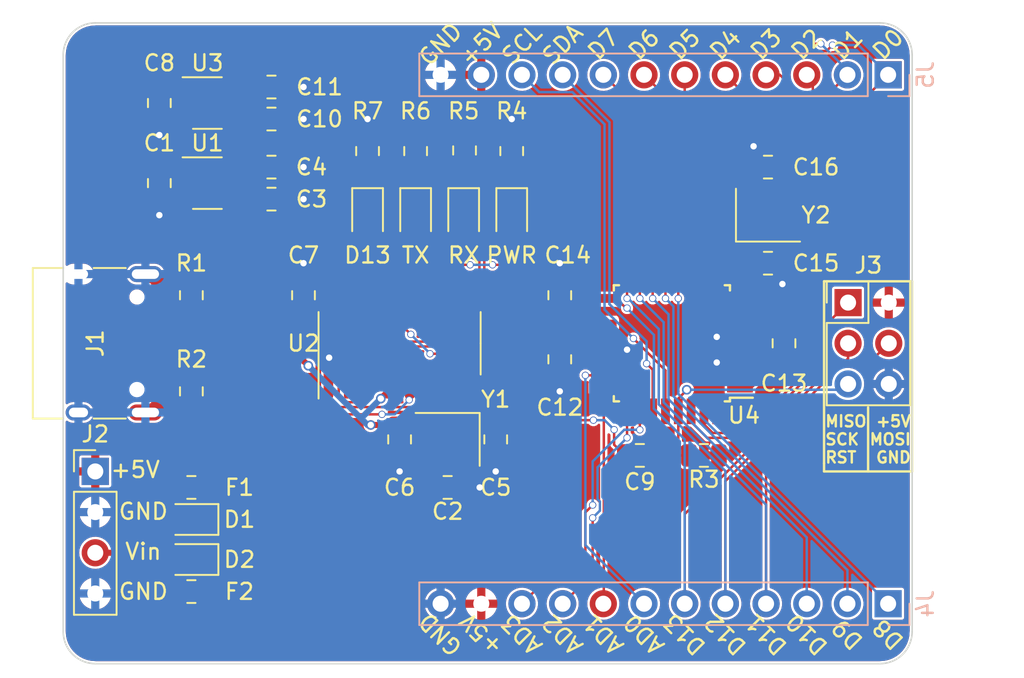
<source format=kicad_pcb>
(kicad_pcb (version 20200809) (host pcbnew "(5.99.0-2671-gfc0a358ba)")
  (layers (0 "F.Cu" signal) (31 "B.Cu" signal) (34 "B.Paste" user) (35 "F.Paste" user) (36 "B.SilkS" user) (37 "F.SilkS" user) (38 "B.Mask" user) (39 "F.Mask" user) (44 "Edge.Cuts" user))
  (net 0 "")
  (net 1 "GND")
  (net 2 "VBUS")
  (net 3 "Net-(C2-Pad1)")
  (net 4 "Net-(C3-Pad1)")
  (net 5 "+3V3")
  (net 6 "Net-(C5-Pad1)")
  (net 7 "+5V")
  (net 8 "/~DTR")
  (net 9 "/~RST")
  (net 10 "Net-(C10-Pad1)")
  (net 11 "Net-(C12-Pad1)")
  (net 12 "Net-(D1-Pad2)")
  (net 13 "Net-(D2-Pad2)")
  (net 14 "Net-(F1-Pad1)")
  (net 15 "Net-(F2-Pad1)")
  (net 16 "Net-(J1-PadB8)")
  (net 17 "Net-(J1-PadA5)")
  (net 18 "/D-")
  (net 19 "/D+")
  (net 20 "Net-(J1-PadA8)")
  (net 21 "Net-(J1-PadB5)")
  (net 22 "/D12")
  (net 23 "/D11")
  (net 24 "/D13")
  (net 25 "/AD3")
  (net 26 "/AD2")
  (net 27 "/AD1")
  (net 28 "/AD0")
  (net 29 "/D10")
  (net 30 "/D9")
  (net 31 "/D8")
  (net 32 "/SCL")
  (net 33 "/SDA")
  (net 34 "/D7")
  (net 35 "/D6")
  (net 36 "/D5")
  (net 37 "/D4")
  (net 38 "/D3")
  (net 39 "/D2")
  (net 40 "/D1")
  (net 41 "/D0")
  (net 42 "Net-(U2-Pad15)")
  (net 43 "Net-(U2-Pad14)")
  (net 44 "Net-(U2-Pad12)")
  (net 45 "Net-(U2-Pad11)")
  (net 46 "Net-(U2-Pad10)")
  (net 47 "Net-(U2-Pad9)")
  (net 48 "Net-(U4-Pad22)")
  (net 49 "Net-(U4-Pad19)")
  (net 50 "Net-(C15-Pad1)")
  (net 51 "Net-(C16-Pad1)")
  (net 52 "Net-(D3-Pad1)")
  (net 53 "Net-(D4-Pad1)")
  (net 54 "Net-(D5-Pad1)")
  (net 55 "Net-(D6-Pad1)")
  (module "LED_SMD:LED_0805_2012Metric" (layer "F.Cu") (at 37 24 -90)
    (fp_text reference "D4" hide)
    (fp_text value "RX" (at 2.5 0 180) (layer "F.SilkS"))
    (pad "1" smd roundrect (at -0.9375 0 270) (size 0.975 1.4) (layers "F.Cu" "F.Paste" "F.Mask") (net 53 "Net-(D4-Pad1)"))
    (pad "2" smd roundrect (at 0.9375 0 270) (size 0.975 1.4) (layers "F.Cu" "F.Paste" "F.Mask") (net 7 "+5V"))
  )
  (module "Capacitor_SMD:C_0805_2012Metric" (layer "F.Cu") (at 25 21)
    (fp_text reference "C4" (at 2.5 0) (layer "F.SilkS"))
    (fp_text value "2.2µF")
    (pad "1" smd roundrect (at -0.9375 0) (size 0.975 1.4) (layers "F.Cu" "F.Paste" "F.Mask") (net 5 "+3V3"))
    (pad "2" smd roundrect (at 0.9375 0) (size 0.975 1.4) (layers "F.Cu" "F.Paste" "F.Mask") (net 1 "GND"))
  )
  (module "Package_QFP:TQFP-32_7x7mm_P0.8mm" (layer "F.Cu") (at 50 32 180)
    (fp_text reference "U4" (at -4.5 -4.5) (layer "F.SilkS"))
    (fp_text value "ATmega328P-AU")
    (pad "1" smd rect (at -4.25 -2.8 180) (size 1.6 0.55) (layers "F.Cu" "F.Paste" "F.Mask") (net 38 "/D3"))
    (pad "2" smd rect (at -4.25 -2 180) (size 1.6 0.55) (layers "F.Cu" "F.Paste" "F.Mask") (net 37 "/D4"))
    (pad "3" smd rect (at -4.25 -1.2 180) (size 1.6 0.55) (layers "F.Cu" "F.Paste" "F.Mask") (net 1 "GND"))
    (pad "4" smd rect (at -4.25 -0.4 180) (size 1.6 0.55) (layers "F.Cu" "F.Paste" "F.Mask") (net 7 "+5V"))
    (pad "5" smd rect (at -4.25 0.4 180) (size 1.6 0.55) (layers "F.Cu" "F.Paste" "F.Mask") (net 1 "GND"))
    (pad "6" smd rect (at -4.25 1.2 180) (size 1.6 0.55) (layers "F.Cu" "F.Paste" "F.Mask") (net 7 "+5V"))
    (pad "7" smd rect (at -4.25 2 180) (size 1.6 0.55) (layers "F.Cu" "F.Paste" "F.Mask") (net 51 "Net-(C16-Pad1)"))
    (pad "8" smd rect (at -4.25 2.8 180) (size 1.6 0.55) (layers "F.Cu" "F.Paste" "F.Mask") (net 50 "Net-(C15-Pad1)"))
    (pad "9" smd rect (at -2.8 4.25 270) (size 1.6 0.55) (layers "F.Cu" "F.Paste" "F.Mask") (net 36 "/D5"))
    (pad "10" smd rect (at -2 4.25 270) (size 1.6 0.55) (layers "F.Cu" "F.Paste" "F.Mask") (net 35 "/D6"))
    (pad "11" smd rect (at -1.2 4.25 270) (size 1.6 0.55) (layers "F.Cu" "F.Paste" "F.Mask") (net 34 "/D7"))
    (pad "12" smd rect (at -0.4 4.25 270) (size 1.6 0.55) (layers "F.Cu" "F.Paste" "F.Mask") (net 31 "/D8"))
    (pad "13" smd rect (at 0.4 4.25 270) (size 1.6 0.55) (layers "F.Cu" "F.Paste" "F.Mask") (net 30 "/D9"))
    (pad "14" smd rect (at 1.2 4.25 270) (size 1.6 0.55) (layers "F.Cu" "F.Paste" "F.Mask") (net 29 "/D10"))
    (pad "15" smd rect (at 2 4.25 270) (size 1.6 0.55) (layers "F.Cu" "F.Paste" "F.Mask") (net 23 "/D11"))
    (pad "16" smd rect (at 2.8 4.25 270) (size 1.6 0.55) (layers "F.Cu" "F.Paste" "F.Mask") (net 22 "/D12"))
    (pad "17" smd rect (at 4.25 2.8 180) (size 1.6 0.55) (layers "F.Cu" "F.Paste" "F.Mask") (net 24 "/D13"))
    (pad "18" smd rect (at 4.25 2 180) (size 1.6 0.55) (layers "F.Cu" "F.Paste" "F.Mask") (net 7 "+5V"))
    (pad "19" smd rect (at 4.25 1.2 180) (size 1.6 0.55) (layers "F.Cu" "F.Paste" "F.Mask") (net 49 "Net-(U4-Pad19)"))
    (pad "20" smd rect (at 4.25 0.4 180) (size 1.6 0.55) (layers "F.Cu" "F.Paste" "F.Mask") (net 11 "Net-(C12-Pad1)"))
    (pad "21" smd rect (at 4.25 -0.4 180) (size 1.6 0.55) (layers "F.Cu" "F.Paste" "F.Mask") (net 1 "GND"))
    (pad "22" smd rect (at 4.25 -1.2 180) (size 1.6 0.55) (layers "F.Cu" "F.Paste" "F.Mask") (net 48 "Net-(U4-Pad22)"))
    (pad "23" smd rect (at 4.25 -2 180) (size 1.6 0.55) (layers "F.Cu" "F.Paste" "F.Mask") (net 28 "/AD0"))
    (pad "24" smd rect (at 4.25 -2.8 180) (size 1.6 0.55) (layers "F.Cu" "F.Paste" "F.Mask") (net 27 "/AD1"))
    (pad "25" smd rect (at 2.8 -4.25 270) (size 1.6 0.55) (layers "F.Cu" "F.Paste" "F.Mask") (net 26 "/AD2"))
    (pad "26" smd rect (at 2 -4.25 270) (size 1.6 0.55) (layers "F.Cu" "F.Paste" "F.Mask") (net 25 "/AD3"))
    (pad "27" smd rect (at 1.2 -4.25 270) (size 1.6 0.55) (layers "F.Cu" "F.Paste" "F.Mask") (net 33 "/SDA"))
    (pad "28" smd rect (at 0.4 -4.25 270) (size 1.6 0.55) (layers "F.Cu" "F.Paste" "F.Mask") (net 32 "/SCL"))
    (pad "29" smd rect (at -0.4 -4.25 270) (size 1.6 0.55) (layers "F.Cu" "F.Paste" "F.Mask") (net 9 "/~RST"))
    (pad "30" smd rect (at -1.2 -4.25 270) (size 1.6 0.55) (layers "F.Cu" "F.Paste" "F.Mask") (net 41 "/D0"))
    (pad "31" smd rect (at -2 -4.25 270) (size 1.6 0.55) (layers "F.Cu" "F.Paste" "F.Mask") (net 40 "/D1"))
    (pad "32" smd rect (at -2.8 -4.25 270) (size 1.6 0.55) (layers "F.Cu" "F.Paste" "F.Mask") (net 39 "/D2"))
  )
  (module "Capacitor_SMD:C_0805_2012Metric" (layer "F.Cu") (at 25 16)
    (fp_text reference "C11" (at 3 0) (layer "F.SilkS"))
    (fp_text value "2.2µF")
    (pad "1" smd roundrect (at -0.9375 0) (size 0.975 1.4) (layers "F.Cu" "F.Paste" "F.Mask") (net 7 "+5V"))
    (pad "2" smd roundrect (at 0.9375 0) (size 0.975 1.4) (layers "F.Cu" "F.Paste" "F.Mask") (net 1 "GND"))
  )
  (module "Resistor_SMD:R_0805_2012Metric" (layer "F.Cu") (at 20 29 90)
    (fp_text reference "R1" (at 2 0 180) (layer "F.SilkS"))
    (fp_text value "5.1KΩ")
    (pad "1" smd roundrect (at -0.9375 0 90) (size 0.975 1.4) (layers "F.Cu" "F.Paste" "F.Mask") (net 17 "Net-(J1-PadA5)"))
    (pad "2" smd roundrect (at 0.9375 0 90) (size 0.975 1.4) (layers "F.Cu" "F.Paste" "F.Mask") (net 1 "GND"))
  )
  (module "Resistor_SMD:R_0805_2012Metric" (layer "F.Cu") (at 37.055 19.96 -90)
    (fp_text reference "R5" (at -2.46 0.055 180) (layer "F.SilkS"))
    (fp_text value "330Ω")
    (pad "1" smd roundrect (at -0.9375 0 270) (size 0.975 1.4) (layers "F.Cu" "F.Paste" "F.Mask") (net 41 "/D0"))
    (pad "2" smd roundrect (at 0.9375 0 270) (size 0.975 1.4) (layers "F.Cu" "F.Paste" "F.Mask") (net 53 "Net-(D4-Pad1)"))
  )
  (module "Capacitor_SMD:C_0805_2012Metric" (layer "F.Cu") (at 18 17 -90)
    (fp_text reference "C8" (at -2.5 0 180) (layer "F.SilkS"))
    (fp_text value "100nF")
    (pad "1" smd roundrect (at -0.9375 0 270) (size 0.975 1.4) (layers "F.Cu" "F.Paste" "F.Mask") (net 2 "VBUS"))
    (pad "2" smd roundrect (at 0.9375 0 270) (size 0.975 1.4) (layers "F.Cu" "F.Paste" "F.Mask") (net 1 "GND"))
  )
  (module "LED_SMD:LED_0805_2012Metric" (layer "F.Cu") (at 34 24 -90)
    (fp_text reference "D5" hide)
    (fp_text value "TX" (at 2.5 0 180) (layer "F.SilkS"))
    (pad "1" smd roundrect (at -0.9375 0 270) (size 0.975 1.4) (layers "F.Cu" "F.Paste" "F.Mask") (net 54 "Net-(D5-Pad1)"))
    (pad "2" smd roundrect (at 0.9375 0 270) (size 0.975 1.4) (layers "F.Cu" "F.Paste" "F.Mask") (net 7 "+5V"))
  )
  (module "Fuse:Fuse_0805_2012Metric" (layer "F.Cu") (at 20 41)
    (fp_text reference "F1" (at 3 0) (layer "F.SilkS"))
    (fp_text value "500mA")
    (pad "1" smd roundrect (at -0.9375 0) (size 0.975 1.4) (layers "F.Cu" "F.Paste" "F.Mask") (net 14 "Net-(F1-Pad1)"))
    (pad "2" smd roundrect (at 0.9375 0) (size 0.975 1.4) (layers "F.Cu" "F.Paste" "F.Mask") (net 12 "Net-(D1-Pad2)"))
  )
  (module "Capacitor_SMD:C_0805_2012Metric" (layer "F.Cu") (at 18 22 -90)
    (fp_text reference "C1" (at -2.5 0 180) (layer "F.SilkS"))
    (fp_text value "100nF")
    (pad "1" smd roundrect (at -0.9375 0 270) (size 0.975 1.4) (layers "F.Cu" "F.Paste" "F.Mask") (net 2 "VBUS"))
    (pad "2" smd roundrect (at 0.9375 0 270) (size 0.975 1.4) (layers "F.Cu" "F.Paste" "F.Mask") (net 1 "GND"))
  )
  (module "Connector_PinHeader_2.54mm:PinHeader_2x03_P2.54mm_Vertical" (layer "F.Cu") (at 61 29.46)
    (fp_text reference "J3" (at 1.27 -2.33) (layer "F.SilkS"))
    (fp_text value "ICSP")
    (pad "1" thru_hole rect (at 0 0) (size 1.7 1.7) (drill 1) (layers *.Cu *.Mask) (remove_unused_layers) (net 24 "/D13"))
    (pad "2" thru_hole oval (at 2.54 0) (size 1.7 1.7) (drill 1) (layers *.Cu *.Mask) (remove_unused_layers) (net 7 "+5V"))
    (pad "3" thru_hole oval (at 0 2.54) (size 1.7 1.7) (drill 1) (layers *.Cu *.Mask) (remove_unused_layers) (net 22 "/D12"))
    (pad "4" thru_hole oval (at 2.54 2.54) (size 1.7 1.7) (drill 1) (layers *.Cu *.Mask) (remove_unused_layers) (net 23 "/D11"))
    (pad "5" thru_hole oval (at 0 5.08) (size 1.7 1.7) (drill 1) (layers *.Cu *.Mask) (remove_unused_layers) (net 9 "/~RST"))
    (pad "6" thru_hole oval (at 2.54 5.08) (size 1.7 1.7) (drill 1) (layers *.Cu *.Mask) (net 1 "GND"))
  )
  (module "Capacitor_SMD:C_0805_2012Metric" (layer "F.Cu") (at 57 32 -90)
    (fp_text reference "C13" (at 2.5 0 180) (layer "F.SilkS"))
    (fp_text value "100nF")
    (pad "1" smd roundrect (at -0.9375 0 270) (size 0.975 1.4) (layers "F.Cu" "F.Paste" "F.Mask") (net 7 "+5V"))
    (pad "2" smd roundrect (at 0.9375 0 270) (size 0.975 1.4) (layers "F.Cu" "F.Paste" "F.Mask") (net 1 "GND"))
  )
  (module "Resistor_SMD:R_0805_2012Metric" (layer "F.Cu") (at 52 39)
    (fp_text reference "R3" (at 0 1.5) (layer "F.SilkS"))
    (fp_text value "10KΩ")
    (pad "1" smd roundrect (at -0.9375 0) (size 0.975 1.4) (layers "F.Cu" "F.Paste" "F.Mask") (net 9 "/~RST"))
    (pad "2" smd roundrect (at 0.9375 0) (size 0.975 1.4) (layers "F.Cu" "F.Paste" "F.Mask") (net 7 "+5V"))
  )
  (module "Resistor_SMD:R_0805_2012Metric" (layer "F.Cu") (at 40 20 -90)
    (fp_text reference "R4" (at -2.5 0 180) (layer "F.SilkS"))
    (fp_text value "330Ω")
    (pad "1" smd roundrect (at -0.9375 0 270) (size 0.975 1.4) (layers "F.Cu" "F.Paste" "F.Mask") (net 1 "GND"))
    (pad "2" smd roundrect (at 0.9375 0 270) (size 0.975 1.4) (layers "F.Cu" "F.Paste" "F.Mask") (net 52 "Net-(D3-Pad1)"))
  )
  (module "Resistor_SMD:R_0805_2012Metric" (layer "F.Cu") (at 31 20 -90)
    (fp_text reference "R7" (at -2.5 0 180) (layer "F.SilkS"))
    (fp_text value "330Ω")
    (pad "1" smd roundrect (at -0.9375 0 270) (size 0.975 1.4) (layers "F.Cu" "F.Paste" "F.Mask") (net 1 "GND"))
    (pad "2" smd roundrect (at 0.9375 0 270) (size 0.975 1.4) (layers "F.Cu" "F.Paste" "F.Mask") (net 55 "Net-(D6-Pad1)"))
  )
  (module "Capacitor_SMD:C_0805_2012Metric" (layer "F.Cu") (at 48 39 180)
    (fp_text reference "C9" (at 0 -1.65) (layer "F.SilkS"))
    (fp_text value "100nF")
    (pad "1" smd roundrect (at -0.9375 0 180) (size 0.975 1.4) (layers "F.Cu" "F.Paste" "F.Mask") (net 9 "/~RST"))
    (pad "2" smd roundrect (at 0.9375 0 180) (size 0.975 1.4) (layers "F.Cu" "F.Paste" "F.Mask") (net 8 "/~DTR"))
  )
  (module "LED_SMD:LED_0805_2012Metric" (layer "F.Cu") (at 40 24 -90)
    (fp_text reference "D3" hide)
    (fp_text value "PWR" (at 2.5 0 180) (layer "F.SilkS"))
    (pad "1" smd roundrect (at -0.9375 0 270) (size 0.975 1.4) (layers "F.Cu" "F.Paste" "F.Mask") (net 52 "Net-(D3-Pad1)"))
    (pad "2" smd roundrect (at 0.9375 0 270) (size 0.975 1.4) (layers "F.Cu" "F.Paste" "F.Mask") (net 7 "+5V"))
  )
  (module "Resistor_SMD:R_0805_2012Metric" (layer "F.Cu") (at 20 35 -90)
    (fp_text reference "R2" (at -2 0 180) (layer "F.SilkS"))
    (fp_text value "5.1KΩ")
    (pad "1" smd roundrect (at -0.9375 0 270) (size 0.975 1.4) (layers "F.Cu" "F.Paste" "F.Mask") (net 21 "Net-(J1-PadB5)"))
    (pad "2" smd roundrect (at 0.9375 0 270) (size 0.975 1.4) (layers "F.Cu" "F.Paste" "F.Mask") (net 1 "GND"))
  )
  (module "Connector_USB:USB_C_Receptacle_HRO_TYPE-C-31-M-12" (layer "F.Cu") (at 14 32 -90)
    (fp_text reference "J1" (at 0 0 90) (layer "F.SilkS"))
    (fp_text value "USB_C_Receptacle_USB2.0")
    (pad "" np_thru_hole circle (at 2.89 -2.6 270) (size 0.65 0.65) (drill 0.65) (layers *.Cu *.Mask))
    (pad "" np_thru_hole circle (at -2.89 -2.6 270) (size 0.65 0.65) (drill 0.65) (layers *.Cu *.Mask))
    (pad "A1" smd rect (at -3.25 -4.045 270) (size 0.6 1.45) (layers "F.Cu" "F.Paste" "F.Mask") (net 1 "GND"))
    (pad "A4" smd rect (at -2.45 -4.045 270) (size 0.6 1.45) (layers "F.Cu" "F.Paste" "F.Mask") (net 14 "Net-(F1-Pad1)"))
    (pad "A5" smd rect (at -1.25 -4.045 270) (size 0.3 1.45) (layers "F.Cu" "F.Paste" "F.Mask") (net 17 "Net-(J1-PadA5)"))
    (pad "A6" smd rect (at -0.25 -4.045 270) (size 0.3 1.45) (layers "F.Cu" "F.Paste" "F.Mask") (net 19 "/D+"))
    (pad "A7" smd rect (at 0.25 -4.045 270) (size 0.3 1.45) (layers "F.Cu" "F.Paste" "F.Mask") (net 18 "/D-"))
    (pad "A8" smd rect (at 1.25 -4.045 270) (size 0.3 1.45) (layers "F.Cu" "F.Paste" "F.Mask") (net 20 "Net-(J1-PadA8)"))
    (pad "A9" smd rect (at 2.45 -4.045 270) (size 0.6 1.45) (layers "F.Cu" "F.Paste" "F.Mask") (net 14 "Net-(F1-Pad1)"))
    (pad "A12" smd rect (at 3.25 -4.045 270) (size 0.6 1.45) (layers "F.Cu" "F.Paste" "F.Mask") (net 1 "GND"))
    (pad "B1" smd rect (at 3.25 -4.045 270) (size 0.6 1.45) (layers "F.Cu" "F.Paste" "F.Mask") (net 1 "GND"))
    (pad "B4" smd rect (at 2.45 -4.045 270) (size 0.6 1.45) (layers "F.Cu" "F.Paste" "F.Mask") (net 14 "Net-(F1-Pad1)"))
    (pad "B5" smd rect (at 1.75 -4.045 270) (size 0.3 1.45) (layers "F.Cu" "F.Paste" "F.Mask") (net 21 "Net-(J1-PadB5)"))
    (pad "B6" smd rect (at 0.75 -4.045 270) (size 0.3 1.45) (layers "F.Cu" "F.Paste" "F.Mask") (net 19 "/D+"))
    (pad "B7" smd rect (at -0.75 -4.045 270) (size 0.3 1.45) (layers "F.Cu" "F.Paste" "F.Mask") (net 18 "/D-"))
    (pad "B8" smd rect (at -1.75 -4.045 270) (size 0.3 1.45) (layers "F.Cu" "F.Paste" "F.Mask") (net 16 "Net-(J1-PadB8)"))
    (pad "B9" smd rect (at -2.45 -4.045 270) (size 0.6 1.45) (layers "F.Cu" "F.Paste" "F.Mask") (net 14 "Net-(F1-Pad1)"))
    (pad "B12" smd rect (at -3.25 -4.045 270) (size 0.6 1.45) (layers "F.Cu" "F.Paste" "F.Mask") (net 1 "GND"))
    (pad "S1" thru_hole oval (at 4.32 1.05 270) (size 1 1.6) (drill oval 0.6 1.2) (layers *.Cu *.Mask) (net 1 "GND"))
    (pad "S1" thru_hole oval (at -4.32 -3.13 270) (size 1 2.1) (drill oval 0.6 1.7) (layers *.Cu *.Mask) (net 1 "GND"))
    (pad "S1" thru_hole oval (at -4.32 1.05 270) (size 1 1.6) (drill oval 0.6 1.2) (layers *.Cu *.Mask) (remove_unused_layers) (net 1 "GND"))
    (pad "S1" thru_hole oval (at 4.32 -3.13 270) (size 1 2.1) (drill oval 0.6 1.7) (layers *.Cu *.Mask) (remove_unused_layers) (net 1 "GND"))
  )
  (module "Capacitor_SMD:C_0805_2012Metric" (layer "F.Cu") (at 56 21 180)
    (fp_text reference "C16" (at -3 0) (layer "F.SilkS"))
    (fp_text value "22pF")
    (pad "1" smd roundrect (at -0.9375 0 180) (size 0.975 1.4) (layers "F.Cu" "F.Paste" "F.Mask") (net 51 "Net-(C16-Pad1)"))
    (pad "2" smd roundrect (at 0.9375 0 180) (size 0.975 1.4) (layers "F.Cu" "F.Paste" "F.Mask") (net 1 "GND"))
  )
  (module "Capacitor_SMD:C_0805_2012Metric" (layer "F.Cu") (at 25 18)
    (fp_text reference "C10" (at 3 0) (layer "F.SilkS"))
    (fp_text value "470pF")
    (pad "1" smd roundrect (at -0.9375 0) (size 0.975 1.4) (layers "F.Cu" "F.Paste" "F.Mask") (net 10 "Net-(C10-Pad1)"))
    (pad "2" smd roundrect (at 0.9375 0) (size 0.975 1.4) (layers "F.Cu" "F.Paste" "F.Mask") (net 1 "GND"))
  )
  (module "Capacitor_SMD:C_0805_2012Metric" (layer "F.Cu") (at 56 27)
    (fp_text reference "C15" (at 3 0) (layer "F.SilkS"))
    (fp_text value "22pF")
    (pad "1" smd roundrect (at -0.9375 0) (size 0.975 1.4) (layers "F.Cu" "F.Paste" "F.Mask") (net 50 "Net-(C15-Pad1)"))
    (pad "2" smd roundrect (at 0.9375 0) (size 0.975 1.4) (layers "F.Cu" "F.Paste" "F.Mask") (net 1 "GND"))
  )
  (module "Fuse:Fuse_0805_2012Metric" (layer "F.Cu") (at 20 47.5)
    (fp_text reference "F2" (at 3 0) (layer "F.SilkS"))
    (fp_text value "500mA")
    (pad "1" smd roundrect (at -0.9375 0) (size 0.975 1.4) (layers "F.Cu" "F.Paste" "F.Mask") (net 15 "Net-(F2-Pad1)"))
    (pad "2" smd roundrect (at 0.9375 0) (size 0.975 1.4) (layers "F.Cu" "F.Paste" "F.Mask") (net 13 "Net-(D2-Pad2)"))
  )
  (module "Capacitor_SMD:C_0805_2012Metric" (layer "F.Cu") (at 36 41)
    (fp_text reference "C2" (at 0 1.5) (layer "F.SilkS"))
    (fp_text value "22pF")
    (pad "1" smd roundrect (at -0.9375 0) (size 0.975 1.4) (layers "F.Cu" "F.Paste" "F.Mask") (net 3 "Net-(C2-Pad1)"))
    (pad "2" smd roundrect (at 0.9375 0) (size 0.975 1.4) (layers "F.Cu" "F.Paste" "F.Mask") (net 1 "GND"))
  )
  (module "Connector_PinHeader_2.54mm:PinHeader_1x04_P2.54mm_Vertical" (layer "F.Cu") (at 14 40)
    (fp_text reference "J2" (at 0 -2.33) (layer "F.SilkS"))
    (fp_text value "Conn_01x04")
    (pad "1" thru_hole rect (at 0 0) (size 1.7 1.7) (drill 1) (layers *.Cu *.Mask) (net 7 "+5V"))
    (pad "2" thru_hole oval (at 0 2.54) (size 1.7 1.7) (drill 1) (layers *.Cu *.Mask) (remove_unused_layers) (net 1 "GND"))
    (pad "3" thru_hole oval (at 0 5.08) (size 1.7 1.7) (drill 1) (layers *.Cu *.Mask) (remove_unused_layers) (net 15 "Net-(F2-Pad1)"))
    (pad "4" thru_hole oval (at 0 7.62) (size 1.7 1.7) (drill 1) (layers *.Cu *.Mask) (remove_unused_layers) (net 1 "GND"))
  )
  (module "Resistor_SMD:R_0805_2012Metric" (layer "F.Cu") (at 34 20 -90)
    (fp_text reference "R6" (at -2.5 0 180) (layer "F.SilkS"))
    (fp_text value "330Ω")
    (pad "1" smd roundrect (at -0.9375 0 270) (size 0.975 1.4) (layers "F.Cu" "F.Paste" "F.Mask") (net 40 "/D1"))
    (pad "2" smd roundrect (at 0.9375 0 270) (size 0.975 1.4) (layers "F.Cu" "F.Paste" "F.Mask") (net 54 "Net-(D5-Pad1)"))
  )
  (module "Package_SO:SOIC-16_3.9x9.9mm_P1.27mm" (layer "F.Cu") (at 33 32 90)
    (fp_text reference "U2" (at 0 -6 180) (layer "F.SilkS"))
    (fp_text value "CH340G")
    (pad "1" smd roundrect (at -2.475 -4.445 90) (size 1.95 0.6) (layers "F.Cu" "F.Paste" "F.Mask") (net 1 "GND"))
    (pad "2" smd roundrect (at -2.475 -3.175 90) (size 1.95 0.6) (layers "F.Cu" "F.Paste" "F.Mask") (net 41 "/D0"))
    (pad "3" smd roundrect (at -2.475 -1.905 90) (size 1.95 0.6) (layers "F.Cu" "F.Paste" "F.Mask") (net 40 "/D1"))
    (pad "4" smd roundrect (at -2.475 -0.635 90) (size 1.95 0.6) (layers "F.Cu" "F.Paste" "F.Mask") (net 5 "+3V3"))
    (pad "5" smd roundrect (at -2.475 0.635 90) (size 1.95 0.6) (layers "F.Cu" "F.Paste" "F.Mask") (net 19 "/D+"))
    (pad "6" smd roundrect (at -2.475 1.905 90) (size 1.95 0.6) (layers "F.Cu" "F.Paste" "F.Mask") (net 18 "/D-"))
    (pad "7" smd roundrect (at -2.475 3.175 90) (size 1.95 0.6) (layers "F.Cu" "F.Paste" "F.Mask") (net 3 "Net-(C2-Pad1)"))
    (pad "8" smd roundrect (at -2.475 4.445 90) (size 1.95 0.6) (layers "F.Cu" "F.Paste" "F.Mask") (net 6 "Net-(C5-Pad1)"))
    (pad "9" smd roundrect (at 2.475 4.445 90) (size 1.95 0.6) (layers "F.Cu" "F.Paste" "F.Mask") (net 47 "Net-(U2-Pad9)"))
    (pad "10" smd roundrect (at 2.475 3.175 90) (size 1.95 0.6) (layers "F.Cu" "F.Paste" "F.Mask") (net 46 "Net-(U2-Pad10)"))
    (pad "11" smd roundrect (at 2.475 1.905 90) (size 1.95 0.6) (layers "F.Cu" "F.Paste" "F.Mask") (net 45 "Net-(U2-Pad11)"))
    (pad "12" smd roundrect (at 2.475 0.635 90) (size 1.95 0.6) (layers "F.Cu" "F.Paste" "F.Mask") (net 44 "Net-(U2-Pad12)"))
    (pad "13" smd roundrect (at 2.475 -0.635 90) (size 1.95 0.6) (layers "F.Cu" "F.Paste" "F.Mask") (net 8 "/~DTR"))
    (pad "14" smd roundrect (at 2.475 -1.905 90) (size 1.95 0.6) (layers "F.Cu" "F.Paste" "F.Mask") (net 43 "Net-(U2-Pad14)"))
    (pad "15" smd roundrect (at 2.475 -3.175 90) (size 1.95 0.6) (layers "F.Cu" "F.Paste" "F.Mask") (net 42 "Net-(U2-Pad15)"))
    (pad "16" smd roundrect (at 2.475 -4.445 90) (size 1.95 0.6) (layers "F.Cu" "F.Paste" "F.Mask") (net 7 "+5V"))
  )
  (module "Diode_SMD:D_0805_2012Metric" (layer "F.Cu") (at 20 43 180)
    (fp_text reference "D1" (at -3 0) (layer "F.SilkS"))
    (fp_text value "D_Schottky_Small")
    (pad "1" smd roundrect (at -0.9375 0 180) (size 0.975 1.4) (layers "F.Cu" "F.Paste" "F.Mask") (net 2 "VBUS"))
    (pad "2" smd roundrect (at 0.9375 0 180) (size 0.975 1.4) (layers "F.Cu" "F.Paste" "F.Mask") (net 12 "Net-(D1-Pad2)"))
  )
  (module "Diode_SMD:D_0805_2012Metric" (layer "F.Cu") (at 20 45.5 180)
    (fp_text reference "D2" (at -3 0) (layer "F.SilkS"))
    (fp_text value "D_Schottky_Small")
    (pad "1" smd roundrect (at -0.9375 0 180) (size 0.975 1.4) (layers "F.Cu" "F.Paste" "F.Mask") (net 2 "VBUS"))
    (pad "2" smd roundrect (at 0.9375 0 180) (size 0.975 1.4) (layers "F.Cu" "F.Paste" "F.Mask") (net 13 "Net-(D2-Pad2)"))
  )
  (module "Crystal:Crystal_SMD_3225-4Pin_3.2x2.5mm" (layer "F.Cu") (at 56 24)
    (fp_text reference "Y2" (at 3 0) (layer "F.SilkS"))
    (fp_text value "16MHz")
    (pad "1" smd rect (at -1.1 0.85) (size 1.4 1.2) (layers "F.Cu" "F.Paste" "F.Mask") (net 50 "Net-(C15-Pad1)"))
    (pad "2" smd rect (at 1.1 0.85) (size 1.4 1.2) (layers "F.Cu" "F.Paste" "F.Mask") (net 1 "GND"))
    (pad "3" smd rect (at 1.1 -0.85) (size 1.4 1.2) (layers "F.Cu" "F.Paste" "F.Mask") (net 51 "Net-(C16-Pad1)"))
    (pad "4" smd rect (at -1.1 -0.85) (size 1.4 1.2) (layers "F.Cu" "F.Paste" "F.Mask") (net 1 "GND"))
  )
  (module "Capacitor_SMD:C_0805_2012Metric" (layer "F.Cu") (at 43 33 -90)
    (fp_text reference "C12" (at 3 0 180) (layer "F.SilkS"))
    (fp_text value "100nF")
    (pad "1" smd roundrect (at -0.9375 0 270) (size 0.975 1.4) (layers "F.Cu" "F.Paste" "F.Mask") (net 11 "Net-(C12-Pad1)"))
    (pad "2" smd roundrect (at 0.9375 0 270) (size 0.975 1.4) (layers "F.Cu" "F.Paste" "F.Mask") (net 1 "GND"))
  )
  (module "Capacitor_SMD:C_0805_2012Metric" (layer "F.Cu") (at 43 29 90)
    (fp_text reference "C14" (at 2.5 0.5 180) (layer "F.SilkS"))
    (fp_text value "100nF")
    (pad "1" smd roundrect (at -0.9375 0 90) (size 0.975 1.4) (layers "F.Cu" "F.Paste" "F.Mask") (net 7 "+5V"))
    (pad "2" smd roundrect (at 0.9375 0 90) (size 0.975 1.4) (layers "F.Cu" "F.Paste" "F.Mask") (net 1 "GND"))
  )
  (module "Capacitor_SMD:C_0805_2012Metric" (layer "F.Cu") (at 27 29 90)
    (fp_text reference "C7" (at 2.5 0 180) (layer "F.SilkS"))
    (fp_text value "100nF")
    (pad "1" smd roundrect (at -0.9375 0 90) (size 0.975 1.4) (layers "F.Cu" "F.Paste" "F.Mask") (net 7 "+5V"))
    (pad "2" smd roundrect (at 0.9375 0 90) (size 0.975 1.4) (layers "F.Cu" "F.Paste" "F.Mask") (net 1 "GND"))
  )
  (module "LED_SMD:LED_0805_2012Metric" (layer "F.Cu") (at 31 24 -90)
    (fp_text reference "D6" hide)
    (fp_text value "D13" (at 2.5 0 180) (layer "F.SilkS"))
    (pad "1" smd roundrect (at -0.9375 0 270) (size 0.975 1.4) (layers "F.Cu" "F.Paste" "F.Mask") (net 55 "Net-(D6-Pad1)"))
    (pad "2" smd roundrect (at 0.9375 0 270) (size 0.975 1.4) (layers "F.Cu" "F.Paste" "F.Mask") (net 24 "/D13"))
  )
  (module "Capacitor_SMD:C_0805_2012Metric" (layer "F.Cu") (at 39 38 -90)
    (fp_text reference "C5" (at 3 0 180) (layer "F.SilkS"))
    (fp_text value "22pF")
    (pad "1" smd roundrect (at -0.9375 0 270) (size 0.975 1.4) (layers "F.Cu" "F.Paste" "F.Mask") (net 6 "Net-(C5-Pad1)"))
    (pad "2" smd roundrect (at 0.9375 0 270) (size 0.975 1.4) (layers "F.Cu" "F.Paste" "F.Mask") (net 1 "GND"))
  )
  (module "Package_TO_SOT_SMD:SOT-23-5" (layer "F.Cu") (at 21 22)
    (fp_text reference "U1" (at 0 -2.5) (layer "F.SilkS"))
    (fp_text value "MIC5205-3.3YM5")
    (pad "1" smd rect (at -1.1 -0.95) (size 1.06 0.65) (layers "F.Cu" "F.Paste" "F.Mask") (net 2 "VBUS"))
    (pad "2" smd rect (at -1.1 0) (size 1.06 0.65) (layers "F.Cu" "F.Paste" "F.Mask") (net 1 "GND"))
    (pad "3" smd rect (at -1.1 0.95) (size 1.06 0.65) (layers "F.Cu" "F.Paste" "F.Mask") (net 2 "VBUS"))
    (pad "4" smd rect (at 1.1 0.95) (size 1.06 0.65) (layers "F.Cu" "F.Paste" "F.Mask") (net 4 "Net-(C3-Pad1)"))
    (pad "5" smd rect (at 1.1 -0.95) (size 1.06 0.65) (layers "F.Cu" "F.Paste" "F.Mask") (net 5 "+3V3"))
  )
  (module "Package_TO_SOT_SMD:SOT-23-5" (layer "F.Cu") (at 21 17)
    (fp_text reference "U3" (at 0 -2.5) (layer "F.SilkS"))
    (fp_text value "MIC5205-5.0YM5")
    (pad "1" smd rect (at -1.1 -0.95) (size 1.06 0.65) (layers "F.Cu" "F.Paste" "F.Mask") (net 2 "VBUS"))
    (pad "2" smd rect (at -1.1 0) (size 1.06 0.65) (layers "F.Cu" "F.Paste" "F.Mask") (net 1 "GND"))
    (pad "3" smd rect (at -1.1 0.95) (size 1.06 0.65) (layers "F.Cu" "F.Paste" "F.Mask") (net 2 "VBUS"))
    (pad "4" smd rect (at 1.1 0.95) (size 1.06 0.65) (layers "F.Cu" "F.Paste" "F.Mask") (net 10 "Net-(C10-Pad1)"))
    (pad "5" smd rect (at 1.1 -0.95) (size 1.06 0.65) (layers "F.Cu" "F.Paste" "F.Mask") (net 7 "+5V"))
  )
  (module "Capacitor_SMD:C_0805_2012Metric" (layer "F.Cu") (at 25 23)
    (fp_text reference "C3" (at 2.5 0) (layer "F.SilkS"))
    (fp_text value "470pF")
    (pad "1" smd roundrect (at -0.9375 0) (size 0.975 1.4) (layers "F.Cu" "F.Paste" "F.Mask") (net 4 "Net-(C3-Pad1)"))
    (pad "2" smd roundrect (at 0.9375 0) (size 0.975 1.4) (layers "F.Cu" "F.Paste" "F.Mask") (net 1 "GND"))
  )
  (module "Capacitor_SMD:C_0805_2012Metric" (layer "F.Cu") (at 33 38 -90)
    (fp_text reference "C6" (at 3 0 180) (layer "F.SilkS"))
    (fp_text value "100nF")
    (pad "1" smd roundrect (at -0.9375 0 270) (size 0.975 1.4) (layers "F.Cu" "F.Paste" "F.Mask") (net 5 "+3V3"))
    (pad "2" smd roundrect (at 0.9375 0 270) (size 0.975 1.4) (layers "F.Cu" "F.Paste" "F.Mask") (net 1 "GND"))
  )
  (module "Crystal:Crystal_SMD_3225-4Pin_3.2x2.5mm" (layer "F.Cu") (at 36 38 180)
    (fp_text reference "Y1" (at -3 2.5) (layer "F.SilkS"))
    (fp_text value "12MHz")
    (pad "1" smd rect (at -1.1 0.85 180) (size 1.4 1.2) (layers "F.Cu" "F.Paste" "F.Mask") (net 6 "Net-(C5-Pad1)"))
    (pad "2" smd rect (at 1.1 0.85 180) (size 1.4 1.2) (layers "F.Cu" "F.Paste" "F.Mask") (net 1 "GND"))
    (pad "3" smd rect (at 1.1 -0.85 180) (size 1.4 1.2) (layers "F.Cu" "F.Paste" "F.Mask") (net 3 "Net-(C2-Pad1)"))
    (pad "4" smd rect (at -1.1 -0.85 180) (size 1.4 1.2) (layers "F.Cu" "F.Paste" "F.Mask") (net 1 "GND"))
  )
  (module "Connector_PinHeader_2.54mm:PinHeader_1x12_P2.54mm_Vertical" (layer "B.Cu") (at 63.5 15.24 90)
    (fp_text reference "J5" (at 0 2.33 270) (layer "B.SilkS") (effects (justify mirror)))
    (fp_text value "Conn_01x12")
    (pad "1" thru_hole rect (at 0 0 90) (size 1.7 1.7) (drill 1) (layers *.Cu *.Mask) (remove_unused_layers) (net 41 "/D0"))
    (pad "2" thru_hole oval (at 0 -2.54 90) (size 1.7 1.7) (drill 1) (layers *.Cu *.Mask) (remove_unused_layers) (net 40 "/D1"))
    (pad "3" thru_hole oval (at 0 -5.08 90) (size 1.7 1.7) (drill 1) (layers *.Cu *.Mask) (remove_unused_layers) (net 39 "/D2"))
    (pad "4" thru_hole oval (at 0 -7.62 90) (size 1.7 1.7) (drill 1) (layers *.Cu *.Mask) (remove_unused_layers) (net 38 "/D3"))
    (pad "5" thru_hole oval (at 0 -10.16 90) (size 1.7 1.7) (drill 1) (layers *.Cu *.Mask) (remove_unused_layers) (net 37 "/D4"))
    (pad "6" thru_hole oval (at 0 -12.7 90) (size 1.7 1.7) (drill 1) (layers *.Cu *.Mask) (remove_unused_layers) (net 36 "/D5"))
    (pad "7" thru_hole oval (at 0 -15.24 90) (size 1.7 1.7) (drill 1) (layers *.Cu *.Mask) (remove_unused_layers) (net 35 "/D6"))
    (pad "8" thru_hole oval (at 0 -17.78 90) (size 1.7 1.7) (drill 1) (layers *.Cu *.Mask) (net 34 "/D7"))
    (pad "9" thru_hole oval (at 0 -20.32 90) (size 1.7 1.7) (drill 1) (layers *.Cu *.Mask) (remove_unused_layers) (net 33 "/SDA"))
    (pad "10" thru_hole oval (at 0 -22.86 90) (size 1.7 1.7) (drill 1) (layers *.Cu *.Mask) (remove_unused_layers) (net 32 "/SCL"))
    (pad "11" thru_hole oval (at 0 -25.4 90) (size 1.7 1.7) (drill 1) (layers *.Cu *.Mask) (net 7 "+5V"))
    (pad "12" thru_hole oval (at 0 -27.94 90) (size 1.7 1.7) (drill 1) (layers *.Cu *.Mask) (remove_unused_layers) (net 1 "GND"))
  )
  (module "Connector_PinHeader_2.54mm:PinHeader_1x12_P2.54mm_Vertical" (layer "B.Cu") (at 63.5 48.26 90)
    (fp_text reference "J4" (at 0 2.33 270) (layer "B.SilkS") (effects (justify mirror)))
    (fp_text value "Conn_01x12")
    (pad "1" thru_hole rect (at 0 0 90) (size 1.7 1.7) (drill 1) (layers *.Cu *.Mask) (remove_unused_layers) (net 31 "/D8"))
    (pad "2" thru_hole oval (at 0 -2.54 90) (size 1.7 1.7) (drill 1) (layers *.Cu *.Mask) (remove_unused_layers) (net 30 "/D9"))
    (pad "3" thru_hole oval (at 0 -5.08 90) (size 1.7 1.7) (drill 1) (layers *.Cu *.Mask) (remove_unused_layers) (net 29 "/D10"))
    (pad "4" thru_hole oval (at 0 -7.62 90) (size 1.7 1.7) (drill 1) (layers *.Cu *.Mask) (net 23 "/D11"))
    (pad "5" thru_hole oval (at 0 -10.16 90) (size 1.7 1.7) (drill 1) (layers *.Cu *.Mask) (net 22 "/D12"))
    (pad "6" thru_hole oval (at 0 -12.7 90) (size 1.7 1.7) (drill 1) (layers *.Cu *.Mask) (net 24 "/D13"))
    (pad "7" thru_hole oval (at 0 -15.24 90) (size 1.7 1.7) (drill 1) (layers *.Cu *.Mask) (remove_unused_layers) (net 28 "/AD0"))
    (pad "8" thru_hole oval (at 0 -17.78 90) (size 1.7 1.7) (drill 1) (layers *.Cu *.Mask) (remove_unused_layers) (net 27 "/AD1"))
    (pad "9" thru_hole oval (at 0 -20.32 90) (size 1.7 1.7) (drill 1) (layers *.Cu *.Mask) (net 26 "/AD2"))
    (pad "10" thru_hole oval (at 0 -22.86 90) (size 1.7 1.7) (drill 1) (layers *.Cu *.Mask) (net 25 "/AD3"))
    (pad "11" thru_hole oval (at 0 -25.4 90) (size 1.7 1.7) (drill 1) (layers *.Cu *.Mask) (remove_unused_layers) (net 7 "+5V"))
    (pad "12" thru_hole oval (at 0 -27.94 90) (size 1.7 1.7) (drill 1) (layers *.Cu *.Mask) (net 1 "GND"))
  )
  (gr_line (start 59.5 39.5) (end 59.5 40) (layer "F.SilkS") (width 0.15))
  (gr_line (start 59.5 28.13) (end 64.87 28.13) (layer "F.SilkS") (width 0.15))
  (gr_line (start 62.25 40) (end 62.25 36) (layer "F.SilkS") (width 0.15))
  (gr_line (start 65 28.13) (end 64.87 28.13) (layer "F.SilkS") (width 0.15))
  (gr_line (start 59.5 40) (end 65 40) (layer "F.SilkS") (width 0.15))
  (gr_line (start 65 40) (end 65 28.13) (layer "F.SilkS") (width 0.15))
  (gr_line (start 59.5 39.5) (end 59.5 28.13) (layer "F.SilkS") (width 0.15))
  (gr_line (start 65 14) (end 65 50) (layer "Edge.Cuts") (width 0.1))
  (gr_arc (start 14 14) (end 14 12) (angle -90) (layer "Edge.Cuts") (width 0.1))
  (gr_line (start 14 12) (end 63 12) (layer "Edge.Cuts") (width 0.1))
  (gr_line (start 12 50) (end 12 14) (layer "Edge.Cuts") (width 0.1))
  (gr_arc (start 63 50) (end 63 52) (angle -90) (layer "Edge.Cuts") (width 0.1))
  (gr_arc (start 63 14) (end 65 14) (angle -90) (layer "Edge.Cuts") (width 0.1))
  (gr_arc (start 14 50) (end 12 50) (angle -90) (layer "Edge.Cuts") (width 0.1))
  (gr_line (start 63 52) (end 14 52) (layer "Edge.Cuts") (width 0.1))
  (gr_text "D0" (at 63.5 13.335 45) (layer "F.SilkS") (effects (font (size 1 1))))
  (gr_text "D9" (at 60.96 50.165 135) (layer "F.SilkS") (effects (font (size 1 1))))
  (gr_text "AD0" (at 48.26 50.165 135) (layer "F.SilkS") (effects (font (size 1 1))))
  (gr_text "SCL" (at 40.64 13.335 45) (layer "F.SilkS") (effects (font (size 1 1))))
  (gr_text "AD1" (at 45.72 50.165 135) (layer "F.SilkS") (effects (font (size 1 1))))
  (gr_text "D12" (at 53.34 50.165 135) (layer "F.SilkS") (effects (font (size 1 1))))
  (gr_text "D2" (at 58.42 13.335 45) (layer "F.SilkS") (effects (font (size 1 1))))
  (gr_text "D5" (at 50.8 13.335 45) (layer "F.SilkS") (effects (font (size 1 1))))
  (gr_text "D8" (at 63.5 50.165 135) (layer "F.SilkS") (effects (font (size 1 1))))
  (gr_text "D3" (at 55.88 13.335 45) (layer "F.SilkS") (effects (font (size 1 1))))
  (gr_text "D10" (at 58.42 50.165 135) (layer "F.SilkS") (effects (font (size 1 1))))
  (gr_text "SDA" (at 43.18 13.335 45) (layer "F.SilkS") (effects (font (size 1 1))))
  (gr_text "+5V" (at 38.1 50.165 135) (layer "F.SilkS") (effects (font (size 1 1))))
  (gr_text "+5V\nMOSI\nGND" (at 65 38) (layer "F.SilkS") (effects (font (size 0.7 0.7)) (justify right)))
  (gr_text "D1" (at 60.96 13.335 45) (layer "F.SilkS") (effects (font (size 1 1))))
  (gr_text "+5V\n\n\n" (at 16.5 41.5) (layer "F.SilkS") (effects (font (size 1 1))))
  (gr_text "GND" (at 17 47.5) (layer "F.SilkS") (effects (font (size 1 1))))
  (gr_text "AD3" (at 40.64 50.165 135) (layer "F.SilkS") (effects (font (size 1 1))))
  (gr_text "Vin" (at 17 45) (layer "F.SilkS") (effects (font (size 1 1))))
  (gr_text "D6" (at 48.26 13.335 45) (layer "F.SilkS") (effects (font (size 1 1))))
  (gr_text "+5V" (at 38.1 13.335 45) (layer "F.SilkS") (effects (font (size 1 1))))
  (gr_text "GND" (at 35.56 13.335 45) (layer "F.SilkS") (effects (font (size 1 1))))
  (gr_text "GND" (at 17 42.5) (layer "F.SilkS") (effects (font (size 1 1))))
  (gr_text "D7" (at 45.72 13.335 45) (layer "F.SilkS") (effects (font (size 1 1))))
  (gr_text "D13" (at 50.8 50.165 135) (layer "F.SilkS") (effects (font (size 1 1))))
  (gr_text "AD2" (at 43.18 50.165 135) (layer "F.SilkS") (effects (font (size 1 1))))
  (gr_text "D4" (at 53.34 13.335 45) (layer "F.SilkS") (effects (font (size 1 1))))
  (gr_text "MISO\nSCK\nRST " (at 59.5 38) (layer "F.SilkS") (effects (font (size 0.7 0.7)) (justify left)))
  (gr_text "GND" (at 35.56 50.165 135) (layer "F.SilkS") (effects (font (size 1 1))))
  (gr_text "D11" (at 55.88 50.165 135) (layer "F.SilkS") (effects (font (size 1 1))))
  (segment (start 18.9375 22) (end 18 22.9375) (width 0.381) (layer "F.Cu") (net 1))
  (segment (start 18.9375 17) (end 18 17.9375) (width 0.381) (layer "F.Cu") (net 1))
  (segment (start 19.9 22) (end 18.9375 22) (width 0.381) (layer "F.Cu") (net 1))
  (segment (start 20 28.0625) (end 17.5125 28.0625) (width 0.381) (layer "F.Cu") (net 1))
  (segment (start 45.75 32.4) (end 47.2 32.4) (width 0.381) (layer "F.Cu") (net 1))
  (segment (start 18.045 35.405) (end 17.13 36.32) (width 0.381) (layer "F.Cu") (net 1))
  (segment (start 54.9 21.1625) (end 55.0625 21) (width 0.381) (layer "F.Cu") (net 1))
  (segment (start 37.1 38.85) (end 37.1 40.8375) (width 0.381) (layer "F.Cu") (net 1))
  (segment (start 37.1 40.8375) (end 36.9375 41) (width 0.381) (layer "F.Cu") (net 1))
  (segment (start 43 33.9375) (end 43 35) (width 0.381) (layer "F.Cu") (net 1))
  (segment (start 25.9375 16) (end 27 16) (width 0.381) (layer "F.Cu") (net 1))
  (segment (start 18.045 35.25) (end 18.045 35.405) (width 0.381) (layer "F.Cu") (net 1))
  (segment (start 33 38.9375) (end 34.7875 37.15) (width 0.381) (layer "F.Cu") (net 1))
  (segment (start 39 38.9375) (end 39 40) (width 0.381) (layer "F.Cu") (net 1))
  (segment (start 34.7875 37.15) (end 34.9 37.15) (width 0.381) (layer "F.Cu") (net 1))
  (segment (start 55.0625 21) (end 55.0625 19.7375) (width 0.381) (layer "F.Cu") (net 1))
  (segment (start 33 38.9375) (end 33 40) (width 0.381) (layer "F.Cu") (net 1))
  (segment (start 20 35.9375) (end 17.5125 35.9375) (width 0.381) (layer "F.Cu") (net 1))
  (segment (start 17.5125 28.0625) (end 17.13 27.68) (width 0.381) (layer "F.Cu") (net 1))
  (segment (start 25.9375 23) (end 27 23) (width 0.381) (layer "F.Cu") (net 1))
  (segment (start 36.9375 41) (end 38 41) (width 0.381) (layer "F.Cu") (net 1))
  (segment (start 40 19.0625) (end 40 18) (width 0.381) (layer "F.Cu") (net 1))
  (segment (start 57 32.9375) (end 56.7375 33.2) (width 0.381) (layer "F.Cu") (net 1))
  (segment (start 54.9 23.15) (end 54.9 21.1625) (width 0.381) (layer "F.Cu") (net 1))
  (segment (start 28.555 34.475) (end 28.555 32.945) (width 0.381) (layer "F.Cu") (net 1))
  (segment (start 18 17.9375) (end 18 19) (width 0.381) (layer "F.Cu") (net 1))
  (segment (start 56.7375 33.2) (end 54.25 33.2) (width 0.381) (layer "F.Cu") (net 1))
  (segment (start 18 22.9375) (end 18 24) (width 0.381) (layer "F.Cu") (net 1))
  (segment (start 43 28.0625) (end 43 27) (width 0.381) (layer "F.Cu") (net 1))
  (segment (start 56.9375 27) (end 56.9375 28.2625) (width 0.381) (layer "F.Cu") (net 1))
  (segment (start 28.555 32.945) (end 28.6 32.9) (width 0.381) (layer "F.Cu") (net 1))
  (segment (start 54.25 31.6) (end 52.8 31.6) (width 0.381) (layer "F.Cu") (net 1))
  (segment (start 37.1 38.85) (end 38.9125 38.85) (width 0.381) (layer "F.Cu") (net 1))
  (segment (start 57.1 26.8375) (end 56.9375 27) (width 0.381) (layer "F.Cu") (net 1))
  (segment (start 31 19.0625) (end 31 18) (width 0.381) (layer "F.Cu") (net 1))
  (segment (start 55.0625 19.7375) (end 55.1 19.7) (width 0.381) (layer "F.Cu") (net 1))
  (segment (start 18.045 28.75) (end 18.045 28.595) (width 0.381) (layer "F.Cu") (net 1))
  (segment (start 27 28.0625) (end 27 27) (width 0.381) (layer "F.Cu") (net 1))
  (segment (start 19.9 17) (end 18.9375 17) (width 0.381) (layer "F.Cu") (net 1))
  (segment (start 17.5125 35.9375) (end 17.13 36.32) (width 0.381) (layer "F.Cu") (net 1))
  (segment (start 25.9375 21) (end 27 21) (width 0.381) (layer "F.Cu") (net 1))
  (segment (start 38.9125 38.85) (end 39 38.9375) (width 0.381) (layer "F.Cu") (net 1))
  (segment (start 25.9375 18) (end 27 18) (width 0.381) (layer "F.Cu") (net 1))
  (segment (start 56.9375 28.2625) (end 56.9 28.3) (width 0.381) (layer "F.Cu") (net 1))
  (segment (start 57.1 24.85) (end 57.1 26.8375) (width 0.381) (layer "F.Cu") (net 1))
  (segment (start 54.25 33.2) (end 52.8 33.2) (width 0.381) (layer "F.Cu") (net 1))
  (segment (start 18.045 28.595) (end 17.13 27.68) (width 0.381) (layer "F.Cu") (net 1))
  (via (at 52.8 33.2) (size 0.6) (drill 0.4) (layers "F.Cu" "B.Cu") (net 1))
  (via (at 27 16) (size 0.6) (drill 0.4) (layers "F.Cu" "B.Cu") (net 1))
  (via (at 39 40) (size 0.6) (drill 0.4) (layers "F.Cu" "B.Cu") (net 1))
  (via (at 18 24) (size 0.6) (drill 0.4) (layers "F.Cu" "B.Cu") (net 1))
  (via (at 40 18) (size 0.6) (drill 0.4) (layers "F.Cu" "B.Cu") (net 1))
  (via (at 27 21) (size 0.6) (drill 0.4) (layers "F.Cu" "B.Cu") (net 1))
  (via (at 43 35) (size 0.6) (drill 0.4) (layers "F.Cu" "B.Cu") (net 1))
  (via (at 31 18) (size 0.6) (drill 0.4) (layers "F.Cu" "B.Cu") (net 1))
  (via (at 38 41) (size 0.6) (drill 0.4) (layers "F.Cu" "B.Cu") (net 1))
  (via (at 55.1 19.7) (size 0.6) (drill 0.4) (layers "F.Cu" "B.Cu") (net 1))
  (via (at 27 18) (size 0.6) (drill 0.4) (layers "F.Cu" "B.Cu") (net 1))
  (via (at 52.8 31.6) (size 0.6) (drill 0.4) (layers "F.Cu" "B.Cu") (net 1))
  (via (at 27 27) (size 0.6) (drill 0.4) (layers "F.Cu" "B.Cu") (net 1))
  (via (at 27 23) (size 0.6) (drill 0.4) (layers "F.Cu" "B.Cu") (net 1))
  (via (at 43 27) (size 0.6) (drill 0.4) (layers "F.Cu" "B.Cu") (net 1))
  (via (at 28.6 32.9) (size 0.6) (drill 0.4) (layers "F.Cu" "B.Cu") (net 1))
  (via (at 56.9 28.3) (size 0.6) (drill 0.4) (layers "F.Cu" "B.Cu") (net 1))
  (via (at 18 19) (size 0.6) (drill 0.4) (layers "F.Cu" "B.Cu") (net 1))
  (via (at 33 40) (size 0.6) (drill 0.4) (layers "F.Cu" "B.Cu") (net 1))
  (via (at 47.2 32.4) (size 0.6) (drill 0.4) (layers "F.Cu" "B.Cu") (net 1))
  (segment (start 20.9375 44.2375) (end 18.766248 44.2375) (width 0.381) (layer "F.Cu") (net 2))
  (segment (start 18 16.0625) (end 19.8875 16.0625) (width 0.381) (layer "F.Cu") (net 2))
  (segment (start 15.2 23.8625) (end 18 21.0625) (width 0.381) (layer "F.Cu") (net 2))
  (segment (start 20.422222 22.95) (end 19.9 22.95) (width 0.381) (layer "F.Cu") (net 2))
  (segment (start 20.772901 16.400679) (end 20.772901 17.599321) (width 0.381) (layer "F.Cu") (net 2))
  (segment (start 20.422222 17.95) (end 19.9 17.95) (width 0.381) (layer "F.Cu") (net 2))
  (segment (start 19.8875 21.0625) (end 19.9 21.05) (width 0.381) (layer "F.Cu") (net 2))
  (segment (start 18.766248 44.2375) (end 15.2 40.671252) (width 0.381) (layer "F.Cu") (net 2))
  (segment (start 15.2 24.1) (end 15.2 18.8625) (width 0.381) (layer "F.Cu") (net 2))
  (segment (start 20.772901 21.400679) (end 20.772901 22.599321) (width 0.381) (layer "F.Cu") (net 2))
  (segment (start 20.422222 16.05) (end 20.772901 16.400679) (width 0.381) (layer "F.Cu") (net 2))
  (segment (start 20.772901 17.599321) (end 20.422222 17.95) (width 0.381) (layer "F.Cu") (net 2))
  (segment (start 15.2 18.8625) (end 18 16.0625) (width 0.381) (layer "F.Cu") (net 2))
  (segment (start 15.2 24.1) (end 15.2 23.8625) (width 0.381) (layer "F.Cu") (net 2))
  (segment (start 19.8875 16.0625) (end 19.9 16.05) (width 0.381) (layer "F.Cu") (net 2))
  (segment (start 19.9 16.05) (end 20.422222 16.05) (width 0.381) (layer "F.Cu") (net 2))
  (segment (start 15.2 40.671252) (end 15.2 24.1) (width 0.381) (layer "F.Cu") (net 2))
  (segment (start 19.9 21.05) (end 20.422222 21.05) (width 0.381) (layer "F.Cu") (net 2))
  (segment (start 20.422222 21.05) (end 20.772901 21.400679) (width 0.381) (layer "F.Cu") (net 2))
  (segment (start 18 21.0625) (end 19.8875 21.0625) (width 0.381) (layer "F.Cu") (net 2))
  (segment (start 20.9375 43.5) (end 20.9375 44.2375) (width 0.381) (layer "F.Cu") (net 2))
  (segment (start 20.772901 22.599321) (end 20.422222 22.95) (width 0.381) (layer "F.Cu") (net 2))
  (segment (start 20.9375 44.2375) (end 20.9375 45.5) (width 0.381) (layer "F.Cu") (net 2))
  (segment (start 35.0625 39.0125) (end 34.9 38.85) (width 0.1524) (layer "F.Cu") (net 3))
  (segment (start 36.171399 37.578601) (end 36.171399 34.478601) (width 0.1524) (layer "F.Cu") (net 3))
  (segment (start 36.171399 34.478601) (end 36.175 34.475) (width 0.1524) (layer "F.Cu") (net 3))
  (segment (start 35.0625 41) (end 35.0625 39.0125) (width 0.1524) (layer "F.Cu") (net 3))
  (segment (start 34.9 38.85) (end 36.171399 37.578601) (width 0.1524) (layer "F.Cu") (net 3))
  (segment (start 22.1 22.95) (end 24.0125 22.95) (width 0.381) (layer "F.Cu") (net 4))
  (segment (start 24.0125 22.95) (end 24.0625 23) (width 0.381) (layer "F.Cu") (net 4))
  (segment (start 22.1 21.05) (end 24.0125 21.05) (width 0.381) (layer "F.Cu") (net 5))
  (segment (start 31.827766 35.45482) (end 32.4 34.882586) (width 0.381) (layer "F.Cu") (net 5))
  (segment (start 31.2 37.1) (end 32.9625 37.1) (width 0.381) (layer "F.Cu") (net 5))
  (segment (start 25.10709 31.20709) (end 27.3 33.4) (width 0.381) (layer "F.Cu") (net 5))
  (segment (start 32.4 34.51) (end 32.365 34.475) (width 0.381) (layer "F.Cu") (net 5))
  (segment (start 25.10709 22.04459) (end 25.10709 31.20709) (width 0.381) (layer "F.Cu") (net 5))
  (segment (start 32.9625 37.1) (end 33 37.0625) (width 0.381) (layer "F.Cu") (net 5))
  (segment (start 32.4 34.882586) (end 32.4 34.51) (width 0.381) (layer "F.Cu") (net 5))
  (segment (start 24.0125 21.05) (end 24.0625 21) (width 0.381) (layer "F.Cu") (net 5))
  (segment (start 24.0625 21) (end 25.10709 22.04459) (width 0.381) (layer "F.Cu") (net 5))
  (via (at 31.827766 35.45482) (size 0.6) (drill 0.4) (layers "F.Cu" "B.Cu") (net 5))
  (via (at 31.2 37.1) (size 0.6) (drill 0.4) (layers "F.Cu" "B.Cu") (net 5))
  (via (at 27.3 33.4) (size 0.6) (drill 0.4) (layers "F.Cu" "B.Cu") (net 5))
  (segment (start 31 37.1) (end 31.2 37.1) (width 0.381) (layer "B.Cu") (net 5))
  (segment (start 30.632586 36.65) (end 31.827766 35.45482) (width 0.381) (layer "B.Cu") (net 5))
  (segment (start 30.55 36.65) (end 30.632586 36.65) (width 0.381) (layer "B.Cu") (net 5))
  (segment (start 27.3 33.4) (end 30.55 36.65) (width 0.381) (layer "B.Cu") (net 5))
  (segment (start 30.55 36.65) (end 31 37.1) (width 0.381) (layer "B.Cu") (net 5))
  (segment (start 37.445 36.805) (end 37.1 37.15) (width 0.1524) (layer "F.Cu") (net 6))
  (segment (start 37.445 34.475) (end 37.445 36.805) (width 0.1524) (layer "F.Cu") (net 6))
  (segment (start 37.1875 37.0625) (end 37.1 37.15) (width 0.1524) (layer "F.Cu") (net 6))
  (segment (start 39 37.0625) (end 37.1875 37.0625) (width 0.1524) (layer "F.Cu") (net 6))
  (segment (start 45.75 30) (end 43.0625 30) (width 0.381) (layer "F.Cu") (net 7))
  (segment (start 52.648506 32.4) (end 50.61881 30.370304) (width 0.381) (layer "F.Cu") (net 7))
  (segment (start 46.557103 30) (end 45.75 30) (width 0.381) (layer "F.Cu") (net 7))
  (segment (start 57 31.0625) (end 56.7375 30.8) (width 0.381) (layer "F.Cu") (net 7))
  (segment (start 54.25 32.4) (end 52.648506 32.4) (width 0.381) (layer "F.Cu") (net 7))
  (segment (start 46.927407 30.370304) (end 46.557103 30) (width 0.381) (layer "F.Cu") (net 7))
  (segment (start 56.7375 30.8) (end 54.25 30.8) (width 0.381) (layer "F.Cu") (net 7))
  (segment (start 57 31.0625) (end 55.6625 32.4) (width 0.381) (layer "F.Cu") (net 7))
  (segment (start 43.0625 30) (end 43 29.9375) (width 0.381) (layer "F.Cu") (net 7))
  (segment (start 50.61881 30.370304) (end 46.927407 30.370304) (width 0.381) (layer "F.Cu") (net 7))
  (segment (start 55.6625 32.4) (end 54.25 32.4) (width 0.381) (layer "F.Cu") (net 7))
  (segment (start 32.365 29.525) (end 32.365 30.10659) (width 0.1524) (layer "F.Cu") (net 8))
  (segment (start 46.393591 38.331091) (end 47.0625 39) (width 0.1524) (layer "F.Cu") (net 8))
  (segment (start 34.9 32.6536) (end 39.8536 32.6536) (width 0.1524) (layer "F.Cu") (net 8))
  (segment (start 44 36.8) (end 43.65 36.45) (width 0.1524) (layer "F.Cu") (net 8))
  (segment (start 45.1 36.8) (end 44 36.8) (width 0.1524) (layer "F.Cu") (net 8))
  (segment (start 32.365 30.10659) (end 33.7 31.44159) (width 0.1524) (layer "F.Cu") (net 8))
  (segment (start 39.8536 32.6536) (end 43.65 36.45) (width 0.1524) (layer "F.Cu") (net 8))
  (segment (start 46.393591 37.393591) (end 46.393591 38.331091) (width 0.1524) (layer "F.Cu") (net 8))
  (via (at 33.7 31.44159) (size 0.45) (drill 0.35) (layers "F.Cu" "B.Cu") (net 8))
  (via (at 34.9 32.6536) (size 0.45) (drill 0.35) (layers "F.Cu" "B.Cu") (net 8))
  (via (at 46.393591 37.393591) (size 0.45) (drill 0.35) (layers "F.Cu" "B.Cu") (net 8))
  (via (at 45.1 36.8) (size 0.45) (drill 0.35) (layers "F.Cu" "B.Cu") (net 8))
  (segment (start 45.8 36.8) (end 45.7 36.8) (width 0.1524) (layer "B.Cu") (net 8))
  (segment (start 33.7 31.44159) (end 34.9 32.64159) (width 0.1524) (layer "B.Cu") (net 8))
  (segment (start 46.393591 37.393591) (end 45.8 36.8) (width 0.1524) (layer "B.Cu") (net 8))
  (segment (start 34.9 32.64159) (end 34.9 32.6536) (width 0.1524) (layer "B.Cu") (net 8))
  (segment (start 45.7 36.8) (end 45.1 36.8) (width 0.1524) (layer "B.Cu") (net 8))
  (segment (start 50.4 36.25) (end 50.4 35.45) (width 0.1524) (layer "F.Cu") (net 9))
  (segment (start 50.4 35.45) (end 50.9286 34.9214) (width 0.1524) (layer "F.Cu") (net 9))
  (segment (start 50.4 38.3375) (end 51.0625 39) (width 0.1524) (layer "F.Cu") (net 9))
  (segment (start 50.4 36.25) (end 50.4 38.3375) (width 0.1524) (layer "F.Cu") (net 9))
  (segment (start 51.0625 39) (end 48.9375 39) (width 0.1524) (layer "F.Cu") (net 9))
  (segment (start 50.9286 34.9214) (end 50.9286 34.9) (width 0.1524) (layer "F.Cu") (net 9))
  (via (at 50.9286 34.9) (size 0.6) (drill 0.4) (layers "F.Cu" "B.Cu") (net 9))
  (segment (start 50.9286 34.9) (end 60.64 34.9) (width 0.1524) (layer "B.Cu") (net 9))
  (segment (start 60.64 34.9) (end 61 34.54) (width 0.1524) (layer "B.Cu") (net 9))
  (segment (start 22.1 17.95) (end 24.0125 17.95) (width 0.381) (layer "F.Cu") (net 10))
  (segment (start 24.0125 17.95) (end 24.0625 18) (width 0.381) (layer "F.Cu") (net 10))
  (segment (start 43.4625 31.6) (end 43 32.0625) (width 0.1524) (layer "F.Cu") (net 11))
  (segment (start 45.75 31.6) (end 43.4625 31.6) (width 0.1524) (layer "F.Cu") (net 11))
  (segment (start 20.9375 41.125) (end 19.0625 43) (width 0.381) (layer "F.Cu") (net 12))
  (segment (start 20.9375 41) (end 20.9375 41.125) (width 0.381) (layer "F.Cu") (net 12))
  (segment (start 19.0625 45.5) (end 19.0625 45.625) (width 0.381) (layer "F.Cu") (net 13))
  (segment (start 19.0625 45.625) (end 20.9375 47.5) (width 0.381) (layer "F.Cu") (net 13))
  (segment (start 19.0625 41) (end 15.73709 37.67459) (width 0.381) (layer "F.Cu") (net 14))
  (segment (start 18.045 34.45) (end 17.32 34.45) (width 0.381) (layer "F.Cu") (net 14))
  (segment (start 15.73709 37.67459) (end 15.73709 32.86291) (width 0.381) (layer "F.Cu") (net 14))
  (segment (start 17.32 29.55) (end 16.67228 30.19772) (width 0.381) (layer "F.Cu") (net 14))
  (segment (start 15.8 32.864948) (end 17.385052 34.45) (width 0.381) (layer "F.Cu") (net 14))
  (segment (start 15.73709 31.13291) (end 16.67228 30.19772) (width 0.381) (layer "F.Cu") (net 14))
  (segment (start 17.385052 34.45) (end 18.045 34.45) (width 0.381) (layer "F.Cu") (net 14))
  (segment (start 15.73709 32.86709) (end 15.73709 32.86291) (width 0.381) (layer "F.Cu") (net 14))
  (segment (start 15.73709 32.86291) (end 15.73709 31.13291) (width 0.381) (layer "F.Cu") (net 14))
  (segment (start 18.045 29.55) (end 17.32 29.55) (width 0.381) (layer "F.Cu") (net 14))
  (segment (start 17.32 34.45) (end 15.73709 32.86709) (width 0.381) (layer "F.Cu") (net 14))
  (segment (start 16.67228 30.19772) (end 15.8 31.07) (width 0.381) (layer "F.Cu") (net 14))
  (segment (start 14 45.08) (end 16.6425 45.08) (width 0.381) (layer "F.Cu") (net 15))
  (segment (start 16.6425 45.08) (end 19.0625 47.5) (width 0.381) (layer "F.Cu") (net 15))
  (segment (start 18.045 30.75) (end 19.1875 30.75) (width 0.1524) (layer "F.Cu") (net 17))
  (segment (start 19.1875 30.75) (end 20 29.9375) (width 0.1524) (layer "F.Cu") (net 17))
  (segment (start 17.32 32.25) (end 18.045 32.25) (width 0.1524) (layer "F.Cu") (net 18))
  (segment (start 23.817048 31.25) (end 28.550468 35.98342) (width 0.1524) (layer "F.Cu") (net 18))
  (segment (start 34.905 35.45) (end 34.905 34.475) (width 0.1524) (layer "F.Cu") (net 18))
  (segment (start 17.09139 31.47861) (end 17.09139 32.02139) (width 0.1524) (layer "F.Cu") (net 18))
  (segment (start 17.09139 32.02139) (end 17.32 32.25) (width 0.1524) (layer "F.Cu") (net 18))
  (segment (start 17.32 31.25) (end 17.09139 31.47861) (width 0.1524) (layer "F.Cu") (net 18))
  (segment (start 18.045 31.25) (end 23.817048 31.25) (width 0.1524) (layer "F.Cu") (net 18))
  (segment (start 28.550468 35.98342) (end 34.37158 35.98342) (width 0.1524) (layer "F.Cu") (net 18))
  (segment (start 34.37158 35.98342) (end 34.905 35.45) (width 0.1524) (layer "F.Cu") (net 18))
  (segment (start 18.045 31.25) (end 17.32 31.25) (width 0.1524) (layer "F.Cu") (net 18))
  (segment (start 33.6 34.51) (end 33.635 34.475) (width 0.1524) (layer "F.Cu") (net 19))
  (segment (start 18.77 31.75) (end 18.99861 31.97861) (width 0.1524) (layer "F.Cu") (net 19))
  (segment (start 23.885982 31.75) (end 28.573002 36.43702) (width 0.1524) (layer "F.Cu") (net 19))
  (segment (start 18.77 32.75) (end 18.045 32.75) (width 0.1524) (layer "F.Cu") (net 19))
  (segment (start 18.045 31.75) (end 23.885982 31.75) (width 0.1524) (layer "F.Cu") (net 19))
  (segment (start 18.045 31.75) (end 18.77 31.75) (width 0.1524) (layer "F.Cu") (net 19))
  (segment (start 18.99861 32.52139) (end 18.77 32.75) (width 0.1524) (layer "F.Cu") (net 19))
  (segment (start 18.99861 31.97861) (end 18.99861 32.52139) (width 0.1524) (layer "F.Cu") (net 19))
  (segment (start 28.573002 36.43702) (end 31.9 36.43702) (width 0.1524) (layer "F.Cu") (net 19))
  (segment (start 33.6 35.52982) (end 33.6 34.51) (width 0.1524) (layer "F.Cu") (net 19))
  (via (at 33.6 35.52982) (size 0.45) (drill 0.35) (layers "F.Cu" "B.Cu") (net 19))
  (via (at 31.9 36.43702) (size 0.45) (drill 0.35) (layers "F.Cu" "B.Cu") (net 19))
  (segment (start 32.6928 36.43702) (end 33.6 35.52982) (width 0.1524) (layer "B.Cu") (net 19))
  (segment (start 31.9 36.43702) (end 32.6928 36.43702) (width 0.1524) (layer "B.Cu") (net 19))
  (segment (start 19.6875 33.75) (end 20 34.0625) (width 0.1524) (layer "F.Cu") (net 21))
  (segment (start 18.045 33.75) (end 19.6875 33.75) (width 0.1524) (layer "F.Cu") (net 21))
  (segment (start 47.2 27.75) (end 47.2 29.2) (width 0.1524) (layer "F.Cu") (net 22))
  (segment (start 53.34 40.60367) (end 53.34 48.26) (width 0.1524) (layer "F.Cu") (net 22))
  (segment (start 61 32) (end 61 32.94367) (width 0.1524) (layer "F.Cu") (net 22))
  (segment (start 61 32.94367) (end 53.34 40.60367) (width 0.1524) (layer "F.Cu") (net 22))
  (via (at 47.2 29.2) (size 0.45) (drill 0.35) (layers "F.Cu" "B.Cu") (net 22))
  (segment (start 49.18076 31.111833) (end 49.18076 35.811826) (width 0.1524) (layer "B.Cu") (net 22))
  (segment (start 47.268927 29.2) (end 49.18076 31.111833) (width 0.1524) (layer "B.Cu") (net 22))
  (segment (start 53.34 39.971066) (end 53.34 48.26) (width 0.1524) (layer "B.Cu") (net 22))
  (segment (start 49.18076 35.811826) (end 53.34 39.971066) (width 0.1524) (layer "B.Cu") (net 22))
  (segment (start 47.2 29.2) (end 47.268927 29.2) (width 0.1524) (layer "B.Cu") (net 22))
  (segment (start 55.88 38.494736) (end 55.88 48.26) (width 0.1524) (layer "F.Cu") (net 23))
  (segment (start 48 27.75) (end 48 29.2) (width 0.1524) (layer "F.Cu") (net 23))
  (segment (start 62.078601 35.057729) (end 61.517729 35.618601) (width 0.1524) (layer "F.Cu") (net 23))
  (segment (start 58.756135 35.618601) (end 55.88 38.494736) (width 0.1524) (layer "F.Cu") (net 23))
  (segment (start 62.078601 33.461399) (end 62.078601 35.057729) (width 0.1524) (layer "F.Cu") (net 23))
  (segment (start 61.517729 35.618601) (end 58.756135 35.618601) (width 0.1524) (layer "F.Cu") (net 23))
  (segment (start 63.54 32) (end 62.078601 33.461399) (width 0.1524) (layer "F.Cu") (net 23))
  (via (at 48 29.2) (size 0.45) (drill 0.35) (layers "F.Cu" "B.Cu") (net 23))
  (segment (start 55.88 42.08) (end 55.88 48.26) (width 0.1524) (layer "B.Cu") (net 23))
  (segment (start 49.48557 30.68557) (end 49.48557 35.68557) (width 0.1524) (layer "B.Cu") (net 23))
  (segment (start 49.48557 35.68557) (end 55.88 42.08) (width 0.1524) (layer "B.Cu") (net 23))
  (segment (start 48 29.2) (end 49.48557 30.68557) (width 0.1524) (layer "B.Cu") (net 23))
  (segment (start 31 24.9375) (end 33.1625 27.1) (width 0.1524) (layer "F.Cu") (net 24))
  (segment (start 41.982696 28.417304) (end 42.765392 29.2) (width 0.1524) (layer "F.Cu") (net 24))
  (segment (start 61 29.46) (end 59.90481 30.55519) (width 0.1524) (layer "F.Cu") (net 24))
  (segment (start 41.886782 28.32139) (end 41.982696 28.417304) (width 0.1524) (layer "F.Cu") (net 24))
  (segment (start 59.904809 33.560129) (end 50.8 42.664938) (width 0.1524) (layer "F.Cu") (net 24))
  (segment (start 46.52867 29.2) (end 47.131073 29.802403) (width 0.1524) (layer "F.Cu") (net 24))
  (segment (start 38.8 27.1) (end 40.665392 27.1) (width 0.1524) (layer "F.Cu") (net 24))
  (segment (start 59.90481 30.55519) (end 59.904809 33.560129) (width 0.1524) (layer "F.Cu") (net 24))
  (segment (start 40.665392 27.1) (end 41.982696 28.417304) (width 0.1524) (layer "F.Cu") (net 24))
  (segment (start 33.1625 27.1) (end 37.4 27.1) (width 0.1524) (layer "F.Cu") (net 24))
  (segment (start 47.131073 29.802403) (end 47.2 29.802403) (width 0.1524) (layer "F.Cu") (net 24))
  (segment (start 42.765392 29.2) (end 45.75 29.2) (width 0.1524) (layer "F.Cu") (net 24))
  (segment (start 50.8 42.664938) (end 50.8 48.26) (width 0.1524) (layer "F.Cu") (net 24))
  (segment (start 45.75 29.2) (end 46.52867 29.2) (width 0.1524) (layer "F.Cu") (net 24))
  (via (at 47.2 29.802403) (size 0.45) (drill 0.35) (layers "F.Cu" "B.Cu") (net 24))
  (via (at 37.4 27.1) (size 0.45) (drill 0.35) (layers "F.Cu" "B.Cu") (net 24))
  (via (at 38.8 27.1) (size 0.45) (drill 0.35) (layers "F.Cu" "B.Cu") (net 24))
  (segment (start 48.87595 36.07595) (end 50.8 38) (width 0.1524) (layer "B.Cu") (net 24))
  (segment (start 37.4 27.1) (end 38.8 27.1) (width 0.1524) (layer "B.Cu") (net 24))
  (segment (start 48.87595 31.478353) (end 48.87595 36.07595) (width 0.1524) (layer "B.Cu") (net 24))
  (segment (start 50.8 38) (end 50.8 48.26) (width 0.1524) (layer "B.Cu") (net 24))
  (segment (start 47.2 29.802403) (end 48.87595 31.478353) (width 0.1524) (layer "B.Cu") (net 24))
  (segment (start 45.0536 42.1) (end 44.599999 42.553601) (width 0.1524) (layer "F.Cu") (net 25))
  (segment (start 44.599999 42.553601) (end 44.599999 46.408935) (width 0.1524) (layer "F.Cu") (net 25))
  (segment (start 44.599999 46.408935) (end 43.827535 47.181399) (width 0.1524) (layer "F.Cu") (net 25))
  (segment (start 48 36.25) (end 48 37.4) (width 0.1524) (layer "F.Cu") (net 25))
  (segment (start 41.718601 47.181399) (end 40.64 48.26) (width 0.1524) (layer "F.Cu") (net 25))
  (segment (start 43.827535 47.181399) (end 41.718601 47.181399) (width 0.1524) (layer "F.Cu") (net 25))
  (via (at 45.0536 42.1) (size 0.45) (drill 0.35) (layers "F.Cu" "B.Cu") (net 25))
  (via (at 48 37.4) (size 0.45) (drill 0.35) (layers "F.Cu" "B.Cu") (net 25))
  (segment (start 48 37.4) (end 47.02867 37.4) (width 0.1524) (layer "B.Cu") (net 25))
  (segment (start 45.0536 39.37507) (end 45.0536 42.1) (width 0.1524) (layer "B.Cu") (net 25))
  (segment (start 47.02867 37.4) (end 45.0536 39.37507) (width 0.1524) (layer "B.Cu") (net 25))
  (segment (start 45.0536 42.9) (end 45.0536 46.3864) (width 0.1524) (layer "F.Cu") (net 26))
  (segment (start 47.2 36.25) (end 47.2 37.9) (width 0.1524) (layer "F.Cu") (net 26))
  (segment (start 45.0536 46.3864) (end 43.18 48.26) (width 0.1524) (layer "F.Cu") (net 26))
  (via (at 45.0536 42.9) (size 0.45) (drill 0.35) (layers "F.Cu" "B.Cu") (net 26))
  (via (at 47.2 37.9) (size 0.45) (drill 0.35) (layers "F.Cu" "B.Cu") (net 26))
  (segment (start 45.35841 39.74159) (end 45.35841 41.73348) (width 0.1524) (layer "B.Cu") (net 26))
  (segment (start 45.35841 41.73348) (end 45.507201 41.882271) (width 0.1524) (layer "B.Cu") (net 26))
  (segment (start 45.507201 42.446399) (end 45.0536 42.9) (width 0.1524) (layer "B.Cu") (net 26))
  (segment (start 45.507201 41.882271) (end 45.507201 42.446399) (width 0.1524) (layer "B.Cu") (net 26))
  (segment (start 47.2 37.9) (end 45.35841 39.74159) (width 0.1524) (layer "B.Cu") (net 26))
  (segment (start 45.75 34.8) (end 45.75 48.23) (width 0.1524) (layer "F.Cu") (net 27))
  (segment (start 45.75 48.23) (end 45.72 48.26) (width 0.1524) (layer "F.Cu") (net 27))
  (segment (start 45.75 34) (end 44.6 34) (width 0.1524) (layer "F.Cu") (net 28))
  (via (at 44.6 34) (size 0.45) (drill 0.35) (layers "F.Cu" "B.Cu") (net 28))
  (segment (start 44.6 34) (end 44.6 44.6) (width 0.1524) (layer "B.Cu") (net 28))
  (segment (start 44.6 44.6) (end 48.26 48.26) (width 0.1524) (layer "B.Cu") (net 28))
  (segment (start 48.8 27.75) (end 48.8 29.2) (width 0.1524) (layer "F.Cu") (net 29))
  (via (at 48.8 29.2) (size 0.45) (drill 0.35) (layers "F.Cu" "B.Cu") (net 29))
  (segment (start 48.8 29.2) (end 49.79038 30.19038) (width 0.1524) (layer "B.Cu") (net 29))
  (segment (start 58.42 44.12) (end 58.42 48.26) (width 0.1524) (layer "B.Cu") (net 29))
  (segment (start 49.79038 35.49038) (end 58.42 44.12) (width 0.1524) (layer "B.Cu") (net 29))
  (segment (start 49.79038 30.19038) (end 49.79038 35.49038) (width 0.1524) (layer "B.Cu") (net 29))
  (segment (start 49.6 27.75) (end 49.6 29.2) (width 0.1524) (layer "F.Cu") (net 30))
  (via (at 49.6 29.2) (size 0.45) (drill 0.35) (layers "F.Cu" "B.Cu") (net 30))
  (segment (start 50.09519 35.29519) (end 60.96 46.16) (width 0.1524) (layer "B.Cu") (net 30))
  (segment (start 50.09519 29.69519) (end 50.09519 35.29519) (width 0.1524) (layer "B.Cu") (net 30))
  (segment (start 60.96 46.16) (end 60.96 48.26) (width 0.1524) (layer "B.Cu") (net 30))
  (segment (start 49.6 29.2) (end 50.09519 29.69519) (width 0.1524) (layer "B.Cu") (net 30))
  (segment (start 50.4 27.75) (end 50.4 29.2) (width 0.1524) (layer "F.Cu") (net 31))
  (via (at 50.4 29.2) (size 0.45) (drill 0.35) (layers "F.Cu" "B.Cu") (net 31))
  (segment (start 50.4 29.2) (end 50.4 35.16) (width 0.1524) (layer "B.Cu") (net 31))
  (segment (start 50.4 35.16) (end 63.5 48.26) (width 0.1524) (layer "B.Cu") (net 31))
  (segment (start 49.6 33.7) (end 47.8 31.9) (width 0.1524) (layer "F.Cu") (net 32))
  (segment (start 49.6 36.25) (end 49.6 33.7) (width 0.1524) (layer "F.Cu") (net 32))
  (segment (start 47.8 31.9) (end 47.6 31.7) (width 0.1524) (layer "F.Cu") (net 32))
  (via (at 47.6 31.7) (size 0.45) (drill 0.35) (layers "F.Cu" "B.Cu") (net 32))
  (segment (start 47.6 31.7) (end 45.79519 29.89519) (width 0.1524) (layer "B.Cu") (net 32))
  (segment (start 45.79519 18.326256) (end 43.787535 16.318601) (width 0.1524) (layer "B.Cu") (net 32))
  (segment (start 45.79519 29.89519) (end 45.79519 18.326256) (width 0.1524) (layer "B.Cu") (net 32))
  (segment (start 41.718601 16.318601) (end 40.64 15.24) (width 0.1524) (layer "B.Cu") (net 32))
  (segment (start 43.787535 16.318601) (end 41.718601 16.318601) (width 0.1524) (layer "B.Cu") (net 32))
  (segment (start 48.8 33.648394) (end 48.42235 33.270744) (width 0.1524) (layer "F.Cu") (net 33))
  (segment (start 48.8 36.25) (end 48.8 33.648394) (width 0.1524) (layer "F.Cu") (net 33))
  (via (at 48.42235 33.270744) (size 0.45) (drill 0.35) (layers "F.Cu" "B.Cu") (net 33))
  (segment (start 46.1 29.5553) (end 46.1 18.2) (width 0.1524) (layer "B.Cu") (net 33))
  (segment (start 48.42235 31.87765) (end 46.1 29.5553) (width 0.1524) (layer "B.Cu") (net 33))
  (segment (start 43.18 15.28) (end 43.18 15.24) (width 0.1524) (layer "B.Cu") (net 33))
  (segment (start 46.1 18.2) (end 43.18 15.28) (width 0.1524) (layer "B.Cu") (net 33))
  (segment (start 48.42235 33.270744) (end 48.42235 31.87765) (width 0.1524) (layer "B.Cu") (net 33))
  (segment (start 51.6 26.6) (end 51.6 24.2) (width 0.1524) (layer "F.Cu") (net 34))
  (segment (start 48.907535 16.318601) (end 46.798601 16.318601) (width 0.1524) (layer "F.Cu") (net 34))
  (segment (start 51.2 27) (end 51.6 26.6) (width 0.1524) (layer "F.Cu") (net 34))
  (segment (start 51.6 19.011066) (end 51.2 18.611066) (width 0.1524) (layer "F.Cu") (net 34))
  (segment (start 51.2 18.611066) (end 48.907535 16.318601) (width 0.1524) (layer "F.Cu") (net 34))
  (segment (start 51.6 19.3) (end 51.6 19.011066) (width 0.1524) (layer "F.Cu") (net 34))
  (segment (start 51.6 24.2) (end 51.6 19.3) (width 0.1524) (layer "F.Cu") (net 34))
  (segment (start 51.2 27.75) (end 51.2 27) (width 0.1524) (layer "F.Cu") (net 34))
  (segment (start 46.798601 16.318601) (end 45.72 15.24) (width 0.1524) (layer "F.Cu") (net 34))
  (segment (start 52 27.75) (end 52 18.98) (width 0.1524) (layer "F.Cu") (net 35))
  (segment (start 52 18.98) (end 48.26 15.24) (width 0.1524) (layer "F.Cu") (net 35))
  (segment (start 52.304809 18.853743) (end 50.8 17.348934) (width 0.1524) (layer "F.Cu") (net 36))
  (segment (start 52.8 27.75) (end 52.8 27.151696) (width 0.1524) (layer "F.Cu") (net 36))
  (segment (start 52.30481 19.79519) (end 52.304809 18.853743) (width 0.1524) (layer "F.Cu") (net 36))
  (segment (start 52.30481 26.656506) (end 52.30481 19.79519) (width 0.1524) (layer "F.Cu") (net 36))
  (segment (start 50.8 17.348934) (end 50.8 15.24) (width 0.1524) (layer "F.Cu") (net 36))
  (segment (start 52.8 27.151696) (end 52.30481 26.656506) (width 0.1524) (layer "F.Cu") (net 36))
  (segment (start 54.418601 16.318601) (end 53.34 15.24) (width 0.1524) (layer "F.Cu") (net 37))
  (segment (start 54.25 34) (end 57.309608 34) (width 0.1524) (layer "F.Cu") (net 37))
  (segment (start 57.318601 16.318601) (end 54.418601 16.318601) (width 0.1524) (layer "F.Cu") (net 37))
  (segment (start 57.309608 34) (end 58.028601 33.281007) (width 0.1524) (layer "F.Cu") (net 37))
  (segment (start 58.028601 22.367119) (end 58 22.338518) (width 0.1524) (layer "F.Cu") (net 37))
  (segment (start 58.028601 33.281007) (end 58.028601 22.367119) (width 0.1524) (layer "F.Cu") (net 37))
  (segment (start 58 17) (end 57.318601 16.318601) (width 0.1524) (layer "F.Cu") (net 37))
  (segment (start 58 22.338518) (end 58 17) (width 0.1524) (layer "F.Cu") (net 37))
  (segment (start 54.936482 34.8) (end 55.431672 34.30481) (width 0.1524) (layer "F.Cu") (net 38))
  (segment (start 55.431672 34.30481) (end 57.435864 34.30481) (width 0.1524) (layer "F.Cu") (net 38))
  (segment (start 58.4 33.340674) (end 58.4 16.9) (width 0.1524) (layer "F.Cu") (net 38))
  (segment (start 57.435864 34.30481) (end 58.4 33.340674) (width 0.1524) (layer "F.Cu") (net 38))
  (segment (start 56.74 15.24) (end 55.88 15.24) (width 0.1524) (layer "F.Cu") (net 38))
  (segment (start 54.25 34.8) (end 54.936482 34.8) (width 0.1524) (layer "F.Cu") (net 38))
  (segment (start 58.4 16.9) (end 56.74 15.24) (width 0.1524) (layer "F.Cu") (net 38))
  (segment (start 53.29519 37.29519) (end 54.87655 37.29519) (width 0.1524) (layer "F.Cu") (net 39))
  (segment (start 58.8 15.62) (end 58.42 15.24) (width 0.1524) (layer "F.Cu") (net 39))
  (segment (start 52.8 36.25) (end 52.8 36.8) (width 0.1524) (layer "F.Cu") (net 39))
  (segment (start 58.8 33.37174) (end 58.8 15.62) (width 0.1524) (layer "F.Cu") (net 39))
  (segment (start 54.87655 37.29519) (end 58.8 33.37174) (width 0.1524) (layer "F.Cu") (net 39))
  (segment (start 52.8 36.8) (end 53.29519 37.29519) (width 0.1524) (layer "F.Cu") (net 39))
  (segment (start 40.5 13.3) (end 39.256589 14.543411) (width 0.1524) (layer "F.Cu") (net 40))
  (segment (start 39.256589 16.343411) (end 37.29361 18.30639) (width 0.1524) (layer "F.Cu") (net 40))
  (segment (start 59.2 17) (end 60.96 15.24) (width 0.1524) (layer "F.Cu") (net 40))
  (segment (start 31.095 34.475) (end 31.095 35.45) (width 0.1524) (layer "F.Cu") (net 40))
  (segment (start 29.515658 35.67861) (end 29.2 35.362952) (width 0.1524) (layer "F.Cu") (net 40))
  (segment (start 37.29361 18.30639) (end 36.399002 18.30639) (width 0.1524) (layer "F.Cu") (net 40))
  (segment (start 30.891858 31.89519) (end 36.587762 31.89519) (width 0.1524) (layer "F.Cu") (net 40))
  (segment (start 29.2 35.362952) (end 29.2 33.587048) (width 0.1524) (layer "F.Cu") (net 40))
  (segment (start 36.12639 18.579002) (end 36.12639 19.72639) (width 0.1524) (layer "F.Cu") (net 40))
  (segment (start 36.587762 31.89519) (end 37.98361 30.499342) (width 0.1524) (layer "F.Cu") (net 40))
  (segment (start 59.3 13.3) (end 40.5 13.3) (width 0.1524) (layer "F.Cu") (net 40))
  (segment (start 30.86639 35.67861) (end 29.515658 35.67861) (width 0.1524) (layer "F.Cu") (net 40))
  (segment (start 39.256589 14.543411) (end 39.256589 16.343411) (width 0.1524) (layer "F.Cu") (net 40))
  (segment (start 55.002806 37.6) (end 59.2 33.402806) (width 0.1524) (layer "F.Cu") (net 40))
  (segment (start 36.12639 19.72639) (end 36.13861 19.73861) (width 0.1524) (layer "F.Cu") (net 40))
  (segment (start 36.13861 19.73861) (end 34.67611 19.73861) (width 0.1524) (layer "F.Cu") (net 40))
  (segment (start 34.67611 19.73861) (end 34 19.0625) (width 0.1524) (layer "F.Cu") (net 40))
  (segment (start 36.399002 18.30639) (end 36.12639 18.579002) (width 0.1524) (layer "F.Cu") (net 40))
  (segment (start 59.2 33.402806) (end 59.2 17) (width 0.1524) (layer "F.Cu") (net 40))
  (segment (start 37.98361 30.499342) (end 37.98361 20.454002) (width 0.1524) (layer "F.Cu") (net 40))
  (segment (start 52.55 37.6) (end 55.002806 37.6) (width 0.1524) (layer "F.Cu") (net 40))
  (segment (start 37.268218 19.73861) (end 36.13861 19.73861) (width 0.1524) (layer "F.Cu") (net 40))
  (segment (start 52 36.25) (end 52 37.05) (width 0.1524) (layer "F.Cu") (net 40))
  (segment (start 29.2 33.587048) (end 30.891858 31.89519) (width 0.1524) (layer "F.Cu") (net 40))
  (segment (start 37.98361 20.454002) (end 37.268218 19.73861) (width 0.1524) (layer "F.Cu") (net 40))
  (segment (start 31.095 35.45) (end 30.86639 35.67861) (width 0.1524) (layer "F.Cu") (net 40))
  (segment (start 52 37.05) (end 52.55 37.6) (width 0.1524) (layer "F.Cu") (net 40))
  (via (at 59.3 13.3) (size 0.45) (drill 0.35) (layers "F.Cu" "B.Cu") (net 40))
  (segment (start 60.96 14.96) (end 60.96 15.24) (width 0.1524) (layer "B.Cu") (net 40))
  (segment (start 59.3 13.3) (end 60.96 14.96) (width 0.1524) (layer "B.Cu") (net 40))
  (segment (start 60.96 15.0064) (end 60.96 15.24) (width 0.1524) (layer "B.Cu") (net 40))
  (segment (start 51.2 36.9) (end 52.204809 37.904809) (width 0.1524) (layer "F.Cu") (net 41))
  (segment (start 62.421399 16.318601) (end 63.5 15.24) (width 0.1524) (layer "F.Cu") (net 41))
  (segment (start 36.714018 32.2) (end 38.28842 30.625598) (width 0.1524) (layer "F.Cu") (net 41))
  (segment (start 29.825 34.475) (end 29.825 33.393114) (width 0.1524) (layer "F.Cu") (net 41))
  (segment (start 52.204809 37.904809) (end 55.129063 37.904809) (width 0.1524) (layer "F.Cu") (net 41))
  (segment (start 55.129063 37.904809) (end 59.6 33.433872) (width 0.1524) (layer "F.Cu") (net 41))
  (segment (start 29.825 33.393114) (end 31.018114 32.2) (width 0.1524) (layer "F.Cu") (net 41))
  (segment (start 40.67886 13.60481) (end 58.93348 13.60481) (width 0.1524) (layer "F.Cu") (net 41))
  (segment (start 59.6 17.031066) (end 60.312465 16.318601) (width 0.1524) (layer "F.Cu") (net 41))
  (segment (start 59.654608 13.753601) (end 60.024849 13.38336) (width 0.1524) (layer "F.Cu") (net 41))
  (segment (start 39.561399 16.516101) (end 39.561399 14.722271) (width 0.1524) (layer "F.Cu") (net 41))
  (segment (start 58.93348 13.60481) (end 59.082271 13.753601) (width 0.1524) (layer "F.Cu") (net 41))
  (segment (start 38.28842 30.625598) (end 38.28842 20.25592) (width 0.1524) (layer "F.Cu") (net 41))
  (segment (start 38.28842 20.25592) (end 37.055 19.0225) (width 0.1524) (layer "F.Cu") (net 41))
  (segment (start 39.561399 14.722271) (end 40.67886 13.60481) (width 0.1524) (layer "F.Cu") (net 41))
  (segment (start 31.018114 32.2) (end 36.714018 32.2) (width 0.1524) (layer "F.Cu") (net 41))
  (segment (start 59.082271 13.753601) (end 59.654608 13.753601) (width 0.1524) (layer "F.Cu") (net 41))
  (segment (start 59.6 33.433872) (end 59.6 17.031066) (width 0.1524) (layer "F.Cu") (net 41))
  (segment (start 60.312465 16.318601) (end 62.421399 16.318601) (width 0.1524) (layer "F.Cu") (net 41))
  (segment (start 51.2 36.25) (end 51.2 36.9) (width 0.1524) (layer "F.Cu") (net 41))
  (segment (start 37.055 19.0225) (end 39.561399 16.516101) (width 0.1524) (layer "F.Cu") (net 41))
  (via (at 60.024849 13.38336) (size 0.45) (drill 0.35) (layers "F.Cu" "B.Cu") (net 41))
  (segment (start 61.64336 13.38336) (end 63.5 15.24) (width 0.1524) (layer "B.Cu") (net 41))
  (segment (start 60.024849 13.38336) (end 61.64336 13.38336) (width 0.1524) (layer "B.Cu") (net 41))
  (segment (start 54.9 24.85) (end 54.9 26.8375) (width 0.1524) (layer "F.Cu") (net 50))
  (segment (start 54.9 26.8375) (end 55.0625 27) (width 0.1524) (layer "F.Cu") (net 50))
  (segment (start 55.0625 28.3875) (end 54.25 29.2) (width 0.1524) (layer "F.Cu") (net 50))
  (segment (start 55.0625 27) (end 55.0625 28.3875) (width 0.1524) (layer "F.Cu") (net 50))
  (segment (start 55.828601 24.421399) (end 55.828601 27.606007) (width 0.1524) (layer "F.Cu") (net 51))
  (segment (start 55.36731 29.569172) (end 54.936482 30) (width 0.1524) (layer "F.Cu") (net 51))
  (segment (start 55.36731 28.067298) (end 55.36731 29.569172) (width 0.1524) (layer "F.Cu") (net 51))
  (segment (start 55.828601 27.606007) (end 55.36731 28.067298) (width 0.1524) (layer "F.Cu") (net 51))
  (segment (start 56.9375 21) (end 56.9375 22.9875) (width 0.1524) (layer "F.Cu") (net 51))
  (segment (start 56.9375 22.9875) (end 57.1 23.15) (width 0.1524) (layer "F.Cu") (net 51))
  (segment (start 54.936482 30) (end 54.25 30) (width 0.1524) (layer "F.Cu") (net 51))
  (segment (start 57.1 23.15) (end 55.828601 24.421399) (width 0.1524) (layer "F.Cu") (net 51))
  (segment (start 40 20.9375) (end 40 23.0625) (width 0.1524) (layer "F.Cu") (net 52))
  (segment (start 37.055 20.8975) (end 37.055 23.0075) (width 0.1524) (layer "F.Cu") (net 53))
  (segment (start 37.055 23.0075) (end 37 23.0625) (width 0.1524) (layer "F.Cu") (net 53))
  (segment (start 34 20.9375) (end 34 23.0625) (width 0.1524) (layer "F.Cu") (net 54))
  (segment (start 31 20.9375) (end 31 23.0625) (width 0.1524) (layer "F.Cu") (net 55))
  (zone (net 7) (net_name "+5V") (layer "F.Cu") (connect_pads (clearance 0.1524)) (min_thickness 0.1524) (fill yes (thermal_gap 0.1524) (thermal_bridge_width 0.508))
    (polygon (pts (xy 72 52) (xy 12 52) (xy 12 12) (xy 72 12)))
  )
  (zone (net 1) (net_name "GND") (layer "B.Cu") (connect_pads (clearance 0.1524)) (min_thickness 0.1524) (fill yes (thermal_gap 0.1524) (thermal_bridge_width 0.508))
    (polygon (pts (xy 72 52) (xy 12 52) (xy 12 12) (xy 72 12)))
  )
)
</source>
